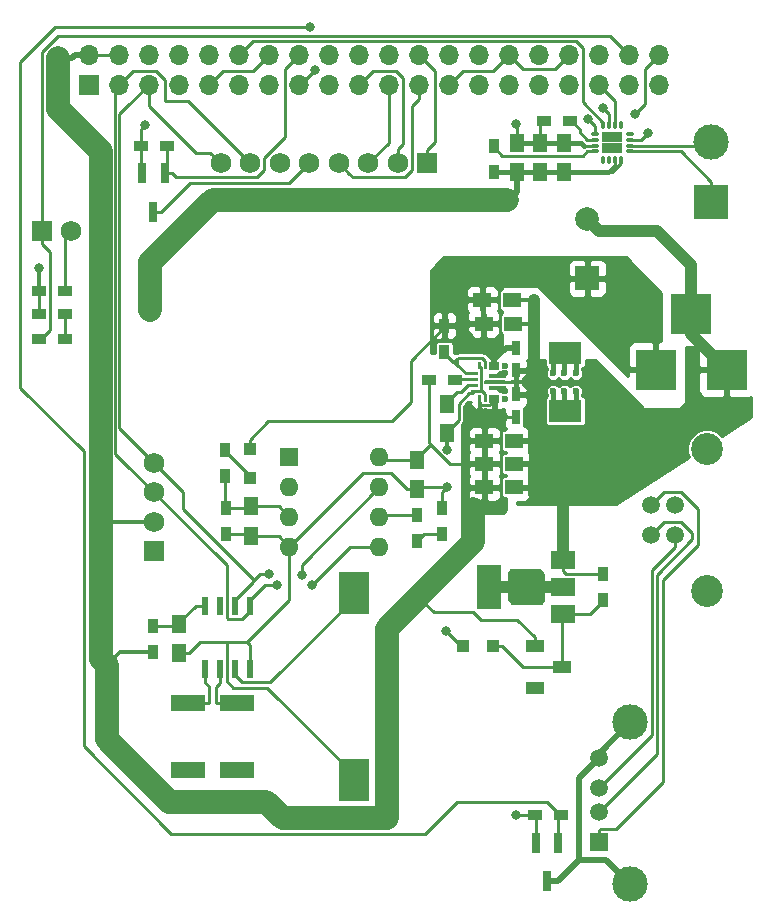
<source format=gbr>
G04 #@! TF.GenerationSoftware,KiCad,Pcbnew,5.0.0-rc2-unknown-03fa645~65~ubuntu16.04.1*
G04 #@! TF.CreationDate,2018-06-29T10:26:33+12:00*
G04 #@! TF.ProjectId,pi-hat,70692D6861742E6B696361645F706362,rev?*
G04 #@! TF.SameCoordinates,Original*
G04 #@! TF.FileFunction,Copper,L1,Top,Signal*
G04 #@! TF.FilePolarity,Positive*
%FSLAX46Y46*%
G04 Gerber Fmt 4.6, Leading zero omitted, Abs format (unit mm)*
G04 Created by KiCad (PCBNEW 5.0.0-rc2-unknown-03fa645~65~ubuntu16.04.1) date Fri Jun 29 10:26:33 2018*
%MOMM*%
%LPD*%
G01*
G04 APERTURE LIST*
G04 #@! TA.AperFunction,SMDPad,CuDef*
%ADD10R,1.600000X1.000000*%
G04 #@! TD*
G04 #@! TA.AperFunction,SMDPad,CuDef*
%ADD11R,2.800000X1.900000*%
G04 #@! TD*
G04 #@! TA.AperFunction,Conductor*
%ADD12C,0.100000*%
G04 #@! TD*
G04 #@! TA.AperFunction,Conductor*
%ADD13C,0.350000*%
G04 #@! TD*
G04 #@! TA.AperFunction,Conductor*
%ADD14C,0.700000*%
G04 #@! TD*
G04 #@! TA.AperFunction,SMDPad,CuDef*
%ADD15C,0.250000*%
G04 #@! TD*
G04 #@! TA.AperFunction,SMDPad,CuDef*
%ADD16R,2.600000X3.660000*%
G04 #@! TD*
G04 #@! TA.AperFunction,SMDPad,CuDef*
%ADD17R,2.600000X3.540000*%
G04 #@! TD*
G04 #@! TA.AperFunction,SMDPad,CuDef*
%ADD18R,2.850000X1.430000*%
G04 #@! TD*
G04 #@! TA.AperFunction,SMDPad,CuDef*
%ADD19R,0.900000X1.200000*%
G04 #@! TD*
G04 #@! TA.AperFunction,SMDPad,CuDef*
%ADD20R,1.250000X1.500000*%
G04 #@! TD*
G04 #@! TA.AperFunction,ComponentPad*
%ADD21C,2.000000*%
G04 #@! TD*
G04 #@! TA.AperFunction,ComponentPad*
%ADD22R,2.000000X2.000000*%
G04 #@! TD*
G04 #@! TA.AperFunction,SMDPad,CuDef*
%ADD23R,1.500000X1.250000*%
G04 #@! TD*
G04 #@! TA.AperFunction,SMDPad,CuDef*
%ADD24R,0.750000X1.200000*%
G04 #@! TD*
G04 #@! TA.AperFunction,SMDPad,CuDef*
%ADD25R,1.200000X0.900000*%
G04 #@! TD*
G04 #@! TA.AperFunction,SMDPad,CuDef*
%ADD26R,1.000000X1.000000*%
G04 #@! TD*
G04 #@! TA.AperFunction,ComponentPad*
%ADD27C,3.000000*%
G04 #@! TD*
G04 #@! TA.AperFunction,ComponentPad*
%ADD28R,3.000000X3.000000*%
G04 #@! TD*
G04 #@! TA.AperFunction,SMDPad,CuDef*
%ADD29R,0.900000X0.900000*%
G04 #@! TD*
G04 #@! TA.AperFunction,SMDPad,CuDef*
%ADD30O,0.300000X0.750000*%
G04 #@! TD*
G04 #@! TA.AperFunction,SMDPad,CuDef*
%ADD31O,0.750000X0.300000*%
G04 #@! TD*
G04 #@! TA.AperFunction,ComponentPad*
%ADD32R,3.500000X3.500000*%
G04 #@! TD*
G04 #@! TA.AperFunction,SMDPad,CuDef*
%ADD33R,2.000000X1.500000*%
G04 #@! TD*
G04 #@! TA.AperFunction,SMDPad,CuDef*
%ADD34R,2.000000X3.800000*%
G04 #@! TD*
G04 #@! TA.AperFunction,ComponentPad*
%ADD35O,1.600000X1.600000*%
G04 #@! TD*
G04 #@! TA.AperFunction,ComponentPad*
%ADD36R,1.600000X1.600000*%
G04 #@! TD*
G04 #@! TA.AperFunction,ComponentPad*
%ADD37C,1.750000*%
G04 #@! TD*
G04 #@! TA.AperFunction,ComponentPad*
%ADD38R,1.750000X1.750000*%
G04 #@! TD*
G04 #@! TA.AperFunction,SMDPad,CuDef*
%ADD39R,0.600000X1.550000*%
G04 #@! TD*
G04 #@! TA.AperFunction,ComponentPad*
%ADD40O,1.700000X1.700000*%
G04 #@! TD*
G04 #@! TA.AperFunction,ComponentPad*
%ADD41R,1.700000X1.700000*%
G04 #@! TD*
G04 #@! TA.AperFunction,SMDPad,CuDef*
%ADD42R,0.800000X1.800000*%
G04 #@! TD*
G04 #@! TA.AperFunction,ComponentPad*
%ADD43C,1.500000*%
G04 #@! TD*
G04 #@! TA.AperFunction,ComponentPad*
%ADD44R,1.500000X1.500000*%
G04 #@! TD*
G04 #@! TA.AperFunction,ComponentPad*
%ADD45C,1.520000*%
G04 #@! TD*
G04 #@! TA.AperFunction,ComponentPad*
%ADD46C,2.700000*%
G04 #@! TD*
G04 #@! TA.AperFunction,ViaPad*
%ADD47C,0.800000*%
G04 #@! TD*
G04 #@! TA.AperFunction,ViaPad*
%ADD48C,0.600000*%
G04 #@! TD*
G04 #@! TA.AperFunction,Conductor*
%ADD49C,0.250000*%
G04 #@! TD*
G04 #@! TA.AperFunction,Conductor*
%ADD50C,0.350000*%
G04 #@! TD*
G04 #@! TA.AperFunction,Conductor*
%ADD51C,0.400000*%
G04 #@! TD*
G04 #@! TA.AperFunction,Conductor*
%ADD52C,2.000000*%
G04 #@! TD*
G04 #@! TA.AperFunction,Conductor*
%ADD53C,0.500000*%
G04 #@! TD*
G04 #@! TA.AperFunction,Conductor*
%ADD54C,1.000000*%
G04 #@! TD*
G04 #@! TA.AperFunction,Conductor*
%ADD55C,0.254000*%
G04 #@! TD*
G04 APERTURE END LIST*
D10*
G04 #@! TO.P,SW1,3*
G04 #@! TO.N,N/C*
X146250000Y-156050000D03*
G04 #@! TO.P,SW1,2*
G04 #@! TO.N,Net-(D4-Pad1)*
X148550000Y-154300000D03*
G04 #@! TO.P,SW1,1*
G04 #@! TO.N,+5V*
X146250000Y-152550000D03*
G04 #@! TD*
D11*
G04 #@! TO.P,L2,1*
G04 #@! TO.N,Net-(L2-Pad1)*
X148835568Y-127729229D03*
G04 #@! TO.P,L2,2*
G04 #@! TO.N,Net-(L2-Pad2)*
X148835568Y-132629229D03*
G04 #@! TD*
D12*
G04 #@! TO.N,Net-(L2-Pad2)*
G04 #@! TO.C,U7*
G36*
X143718929Y-130512565D02*
X143725724Y-130513573D01*
X143732388Y-130515242D01*
X143738856Y-130517556D01*
X143745066Y-130520494D01*
X143750958Y-130524025D01*
X143756476Y-130528117D01*
X143761565Y-130532731D01*
X143766179Y-130537820D01*
X143770271Y-130543338D01*
X143773802Y-130549230D01*
X143776740Y-130555440D01*
X143779054Y-130561908D01*
X143780723Y-130568572D01*
X143781731Y-130575367D01*
X143782068Y-130582228D01*
X143782068Y-130792228D01*
X143781731Y-130799089D01*
X143780723Y-130805884D01*
X143779054Y-130812548D01*
X143776740Y-130819016D01*
X143773802Y-130825226D01*
X143770271Y-130831118D01*
X143766179Y-130836636D01*
X143761565Y-130841725D01*
X143756476Y-130846339D01*
X143750958Y-130850431D01*
X143745066Y-130853962D01*
X143738856Y-130856900D01*
X143732388Y-130859214D01*
X143725724Y-130860883D01*
X143718929Y-130861891D01*
X143712068Y-130862228D01*
X142402068Y-130862228D01*
X142395207Y-130861891D01*
X142388412Y-130860883D01*
X142381748Y-130859214D01*
X142375280Y-130856900D01*
X142369070Y-130853962D01*
X142363178Y-130850431D01*
X142357660Y-130846339D01*
X142352571Y-130841725D01*
X142347957Y-130836636D01*
X142343865Y-130831118D01*
X142340334Y-130825226D01*
X142337396Y-130819016D01*
X142335082Y-130812548D01*
X142333413Y-130805884D01*
X142332405Y-130799089D01*
X142332068Y-130792228D01*
X142332068Y-130582228D01*
X142332405Y-130575367D01*
X142333413Y-130568572D01*
X142335082Y-130561908D01*
X142337396Y-130555440D01*
X142340334Y-130549230D01*
X142343865Y-130543338D01*
X142347957Y-130537820D01*
X142352571Y-130532731D01*
X142357660Y-130528117D01*
X142363178Y-130524025D01*
X142369070Y-130520494D01*
X142375280Y-130517556D01*
X142381748Y-130515242D01*
X142388412Y-130513573D01*
X142395207Y-130512565D01*
X142402068Y-130512228D01*
X143712068Y-130512228D01*
X143718929Y-130512565D01*
X143718929Y-130512565D01*
G37*
D13*
X143057068Y-130687228D03*
D12*
G04 #@! TO.N,VCC*
G36*
X143187240Y-128437467D02*
X143192065Y-128438183D01*
X143196796Y-128439368D01*
X143201388Y-128441011D01*
X143205797Y-128443096D01*
X143209980Y-128445604D01*
X143213898Y-128448509D01*
X143217511Y-128451785D01*
X143220787Y-128455398D01*
X143223692Y-128459316D01*
X143226200Y-128463499D01*
X143228285Y-128467908D01*
X143229928Y-128472500D01*
X143231113Y-128477231D01*
X143231829Y-128482056D01*
X143232068Y-128486927D01*
X143232068Y-129087529D01*
X143231829Y-129092400D01*
X143231113Y-129097225D01*
X143229928Y-129101956D01*
X143228285Y-129106548D01*
X143226200Y-129110957D01*
X143223692Y-129115140D01*
X143220787Y-129119058D01*
X143217511Y-129122671D01*
X143213898Y-129125947D01*
X143209980Y-129128852D01*
X143205797Y-129131360D01*
X143201388Y-129133445D01*
X143196796Y-129135088D01*
X143192065Y-129136273D01*
X143187240Y-129136989D01*
X143182369Y-129137228D01*
X142431767Y-129137228D01*
X142426896Y-129136989D01*
X142422071Y-129136273D01*
X142417340Y-129135088D01*
X142412748Y-129133445D01*
X142408339Y-129131360D01*
X142404156Y-129128852D01*
X142400238Y-129125947D01*
X142396625Y-129122671D01*
X142393349Y-129119058D01*
X142390444Y-129115140D01*
X142387936Y-129110957D01*
X142385851Y-129106548D01*
X142384208Y-129101956D01*
X142383023Y-129097225D01*
X142382307Y-129092400D01*
X142382068Y-129087529D01*
X142382068Y-128486927D01*
X142382307Y-128482056D01*
X142383023Y-128477231D01*
X142384208Y-128472500D01*
X142385851Y-128467908D01*
X142387936Y-128463499D01*
X142390444Y-128459316D01*
X142393349Y-128455398D01*
X142396625Y-128451785D01*
X142400238Y-128448509D01*
X142404156Y-128445604D01*
X142408339Y-128443096D01*
X142412748Y-128441011D01*
X142417340Y-128439368D01*
X142422071Y-128438183D01*
X142426896Y-128437467D01*
X142431767Y-128437228D01*
X143182369Y-128437228D01*
X143187240Y-128437467D01*
X143187240Y-128437467D01*
G37*
D14*
X142807068Y-128787228D03*
D12*
G04 #@! TO.N,+5V*
G36*
X143187240Y-131237467D02*
X143192065Y-131238183D01*
X143196796Y-131239368D01*
X143201388Y-131241011D01*
X143205797Y-131243096D01*
X143209980Y-131245604D01*
X143213898Y-131248509D01*
X143217511Y-131251785D01*
X143220787Y-131255398D01*
X143223692Y-131259316D01*
X143226200Y-131263499D01*
X143228285Y-131267908D01*
X143229928Y-131272500D01*
X143231113Y-131277231D01*
X143231829Y-131282056D01*
X143232068Y-131286927D01*
X143232068Y-131887529D01*
X143231829Y-131892400D01*
X143231113Y-131897225D01*
X143229928Y-131901956D01*
X143228285Y-131906548D01*
X143226200Y-131910957D01*
X143223692Y-131915140D01*
X143220787Y-131919058D01*
X143217511Y-131922671D01*
X143213898Y-131925947D01*
X143209980Y-131928852D01*
X143205797Y-131931360D01*
X143201388Y-131933445D01*
X143196796Y-131935088D01*
X143192065Y-131936273D01*
X143187240Y-131936989D01*
X143182369Y-131937228D01*
X142431767Y-131937228D01*
X142426896Y-131936989D01*
X142422071Y-131936273D01*
X142417340Y-131935088D01*
X142412748Y-131933445D01*
X142408339Y-131931360D01*
X142404156Y-131928852D01*
X142400238Y-131925947D01*
X142396625Y-131922671D01*
X142393349Y-131919058D01*
X142390444Y-131915140D01*
X142387936Y-131910957D01*
X142385851Y-131906548D01*
X142384208Y-131901956D01*
X142383023Y-131897225D01*
X142382307Y-131892400D01*
X142382068Y-131887529D01*
X142382068Y-131286927D01*
X142382307Y-131282056D01*
X142383023Y-131277231D01*
X142384208Y-131272500D01*
X142385851Y-131267908D01*
X142387936Y-131263499D01*
X142390444Y-131259316D01*
X142393349Y-131255398D01*
X142396625Y-131251785D01*
X142400238Y-131248509D01*
X142404156Y-131245604D01*
X142408339Y-131243096D01*
X142412748Y-131241011D01*
X142417340Y-131239368D01*
X142422071Y-131238183D01*
X142426896Y-131237467D01*
X142431767Y-131237228D01*
X143182369Y-131237228D01*
X143187240Y-131237467D01*
X143187240Y-131237467D01*
G37*
D14*
X142807068Y-131587228D03*
D12*
G04 #@! TO.N,/Always_On/Ground*
G36*
X141636969Y-128487469D02*
X141641823Y-128488189D01*
X141646582Y-128489381D01*
X141651202Y-128491034D01*
X141655638Y-128493132D01*
X141659847Y-128495655D01*
X141663788Y-128498577D01*
X141667423Y-128501873D01*
X141670719Y-128505508D01*
X141673641Y-128509449D01*
X141676164Y-128513658D01*
X141678262Y-128518094D01*
X141679915Y-128522714D01*
X141681107Y-128527473D01*
X141681827Y-128532327D01*
X141682068Y-128537228D01*
X141682068Y-129037228D01*
X141681827Y-129042129D01*
X141681107Y-129046983D01*
X141679915Y-129051742D01*
X141678262Y-129056362D01*
X141676164Y-129060798D01*
X141673641Y-129065007D01*
X141670719Y-129068948D01*
X141667423Y-129072583D01*
X141663788Y-129075879D01*
X141659847Y-129078801D01*
X141655638Y-129081324D01*
X141651202Y-129083422D01*
X141646582Y-129085075D01*
X141641823Y-129086267D01*
X141636969Y-129086987D01*
X141632068Y-129087228D01*
X141482068Y-129087228D01*
X141477167Y-129086987D01*
X141472313Y-129086267D01*
X141467554Y-129085075D01*
X141462934Y-129083422D01*
X141458498Y-129081324D01*
X141454289Y-129078801D01*
X141450348Y-129075879D01*
X141446713Y-129072583D01*
X141443417Y-129068948D01*
X141440495Y-129065007D01*
X141437972Y-129060798D01*
X141435874Y-129056362D01*
X141434221Y-129051742D01*
X141433029Y-129046983D01*
X141432309Y-129042129D01*
X141432068Y-129037228D01*
X141432068Y-128537228D01*
X141432309Y-128532327D01*
X141433029Y-128527473D01*
X141434221Y-128522714D01*
X141435874Y-128518094D01*
X141437972Y-128513658D01*
X141440495Y-128509449D01*
X141443417Y-128505508D01*
X141446713Y-128501873D01*
X141450348Y-128498577D01*
X141454289Y-128495655D01*
X141458498Y-128493132D01*
X141462934Y-128491034D01*
X141467554Y-128489381D01*
X141472313Y-128488189D01*
X141477167Y-128487469D01*
X141482068Y-128487228D01*
X141632068Y-128487228D01*
X141636969Y-128487469D01*
X141636969Y-128487469D01*
G37*
D15*
G04 #@! TD*
G04 #@! TO.P,U7,15*
G04 #@! TO.N,/Always_On/Ground*
X141557068Y-128787228D03*
D12*
G04 #@! TO.N,Net-(R18-Pad2)*
G04 #@! TO.C,U7*
G36*
X142136969Y-128487469D02*
X142141823Y-128488189D01*
X142146582Y-128489381D01*
X142151202Y-128491034D01*
X142155638Y-128493132D01*
X142159847Y-128495655D01*
X142163788Y-128498577D01*
X142167423Y-128501873D01*
X142170719Y-128505508D01*
X142173641Y-128509449D01*
X142176164Y-128513658D01*
X142178262Y-128518094D01*
X142179915Y-128522714D01*
X142181107Y-128527473D01*
X142181827Y-128532327D01*
X142182068Y-128537228D01*
X142182068Y-129037228D01*
X142181827Y-129042129D01*
X142181107Y-129046983D01*
X142179915Y-129051742D01*
X142178262Y-129056362D01*
X142176164Y-129060798D01*
X142173641Y-129065007D01*
X142170719Y-129068948D01*
X142167423Y-129072583D01*
X142163788Y-129075879D01*
X142159847Y-129078801D01*
X142155638Y-129081324D01*
X142151202Y-129083422D01*
X142146582Y-129085075D01*
X142141823Y-129086267D01*
X142136969Y-129086987D01*
X142132068Y-129087228D01*
X141982068Y-129087228D01*
X141977167Y-129086987D01*
X141972313Y-129086267D01*
X141967554Y-129085075D01*
X141962934Y-129083422D01*
X141958498Y-129081324D01*
X141954289Y-129078801D01*
X141950348Y-129075879D01*
X141946713Y-129072583D01*
X141943417Y-129068948D01*
X141940495Y-129065007D01*
X141937972Y-129060798D01*
X141935874Y-129056362D01*
X141934221Y-129051742D01*
X141933029Y-129046983D01*
X141932309Y-129042129D01*
X141932068Y-129037228D01*
X141932068Y-128537228D01*
X141932309Y-128532327D01*
X141933029Y-128527473D01*
X141934221Y-128522714D01*
X141935874Y-128518094D01*
X141937972Y-128513658D01*
X141940495Y-128509449D01*
X141943417Y-128505508D01*
X141946713Y-128501873D01*
X141950348Y-128498577D01*
X141954289Y-128495655D01*
X141958498Y-128493132D01*
X141962934Y-128491034D01*
X141967554Y-128489381D01*
X141972313Y-128488189D01*
X141977167Y-128487469D01*
X141982068Y-128487228D01*
X142132068Y-128487228D01*
X142136969Y-128487469D01*
X142136969Y-128487469D01*
G37*
D15*
G04 #@! TD*
G04 #@! TO.P,U7,14*
G04 #@! TO.N,Net-(R18-Pad2)*
X142057068Y-128787228D03*
D12*
G04 #@! TO.N,Net-(L2-Pad1)*
G04 #@! TO.C,U7*
G36*
X143718929Y-129512565D02*
X143725724Y-129513573D01*
X143732388Y-129515242D01*
X143738856Y-129517556D01*
X143745066Y-129520494D01*
X143750958Y-129524025D01*
X143756476Y-129528117D01*
X143761565Y-129532731D01*
X143766179Y-129537820D01*
X143770271Y-129543338D01*
X143773802Y-129549230D01*
X143776740Y-129555440D01*
X143779054Y-129561908D01*
X143780723Y-129568572D01*
X143781731Y-129575367D01*
X143782068Y-129582228D01*
X143782068Y-129792228D01*
X143781731Y-129799089D01*
X143780723Y-129805884D01*
X143779054Y-129812548D01*
X143776740Y-129819016D01*
X143773802Y-129825226D01*
X143770271Y-129831118D01*
X143766179Y-129836636D01*
X143761565Y-129841725D01*
X143756476Y-129846339D01*
X143750958Y-129850431D01*
X143745066Y-129853962D01*
X143738856Y-129856900D01*
X143732388Y-129859214D01*
X143725724Y-129860883D01*
X143718929Y-129861891D01*
X143712068Y-129862228D01*
X142402068Y-129862228D01*
X142395207Y-129861891D01*
X142388412Y-129860883D01*
X142381748Y-129859214D01*
X142375280Y-129856900D01*
X142369070Y-129853962D01*
X142363178Y-129850431D01*
X142357660Y-129846339D01*
X142352571Y-129841725D01*
X142347957Y-129836636D01*
X142343865Y-129831118D01*
X142340334Y-129825226D01*
X142337396Y-129819016D01*
X142335082Y-129812548D01*
X142333413Y-129805884D01*
X142332405Y-129799089D01*
X142332068Y-129792228D01*
X142332068Y-129582228D01*
X142332405Y-129575367D01*
X142333413Y-129568572D01*
X142335082Y-129561908D01*
X142337396Y-129555440D01*
X142340334Y-129549230D01*
X142343865Y-129543338D01*
X142347957Y-129537820D01*
X142352571Y-129532731D01*
X142357660Y-129528117D01*
X142363178Y-129524025D01*
X142369070Y-129520494D01*
X142375280Y-129517556D01*
X142381748Y-129515242D01*
X142388412Y-129513573D01*
X142395207Y-129512565D01*
X142402068Y-129512228D01*
X143712068Y-129512228D01*
X143718929Y-129512565D01*
X143718929Y-129512565D01*
G37*
D13*
X143057068Y-129687228D03*
D12*
G04 #@! TO.N,/Always_On/Ground*
G36*
X143718929Y-130012565D02*
X143725724Y-130013573D01*
X143732388Y-130015242D01*
X143738856Y-130017556D01*
X143745066Y-130020494D01*
X143750958Y-130024025D01*
X143756476Y-130028117D01*
X143761565Y-130032731D01*
X143766179Y-130037820D01*
X143770271Y-130043338D01*
X143773802Y-130049230D01*
X143776740Y-130055440D01*
X143779054Y-130061908D01*
X143780723Y-130068572D01*
X143781731Y-130075367D01*
X143782068Y-130082228D01*
X143782068Y-130292228D01*
X143781731Y-130299089D01*
X143780723Y-130305884D01*
X143779054Y-130312548D01*
X143776740Y-130319016D01*
X143773802Y-130325226D01*
X143770271Y-130331118D01*
X143766179Y-130336636D01*
X143761565Y-130341725D01*
X143756476Y-130346339D01*
X143750958Y-130350431D01*
X143745066Y-130353962D01*
X143738856Y-130356900D01*
X143732388Y-130359214D01*
X143725724Y-130360883D01*
X143718929Y-130361891D01*
X143712068Y-130362228D01*
X142052068Y-130362228D01*
X142045207Y-130361891D01*
X142038412Y-130360883D01*
X142031748Y-130359214D01*
X142025280Y-130356900D01*
X142019070Y-130353962D01*
X142013178Y-130350431D01*
X142007660Y-130346339D01*
X142002571Y-130341725D01*
X141997957Y-130336636D01*
X141993865Y-130331118D01*
X141990334Y-130325226D01*
X141987396Y-130319016D01*
X141985082Y-130312548D01*
X141983413Y-130305884D01*
X141982405Y-130299089D01*
X141982068Y-130292228D01*
X141982068Y-130082228D01*
X141982405Y-130075367D01*
X141983413Y-130068572D01*
X141985082Y-130061908D01*
X141987396Y-130055440D01*
X141990334Y-130049230D01*
X141993865Y-130043338D01*
X141997957Y-130037820D01*
X142002571Y-130032731D01*
X142007660Y-130028117D01*
X142013178Y-130024025D01*
X142019070Y-130020494D01*
X142025280Y-130017556D01*
X142031748Y-130015242D01*
X142038412Y-130013573D01*
X142045207Y-130012565D01*
X142052068Y-130012228D01*
X143712068Y-130012228D01*
X143718929Y-130012565D01*
X143718929Y-130012565D01*
G37*
D13*
X142882068Y-130187228D03*
D12*
G36*
X142136969Y-131287469D02*
X142141823Y-131288189D01*
X142146582Y-131289381D01*
X142151202Y-131291034D01*
X142155638Y-131293132D01*
X142159847Y-131295655D01*
X142163788Y-131298577D01*
X142167423Y-131301873D01*
X142170719Y-131305508D01*
X142173641Y-131309449D01*
X142176164Y-131313658D01*
X142178262Y-131318094D01*
X142179915Y-131322714D01*
X142181107Y-131327473D01*
X142181827Y-131332327D01*
X142182068Y-131337228D01*
X142182068Y-131837228D01*
X142181827Y-131842129D01*
X142181107Y-131846983D01*
X142179915Y-131851742D01*
X142178262Y-131856362D01*
X142176164Y-131860798D01*
X142173641Y-131865007D01*
X142170719Y-131868948D01*
X142167423Y-131872583D01*
X142163788Y-131875879D01*
X142159847Y-131878801D01*
X142155638Y-131881324D01*
X142151202Y-131883422D01*
X142146582Y-131885075D01*
X142141823Y-131886267D01*
X142136969Y-131886987D01*
X142132068Y-131887228D01*
X141982068Y-131887228D01*
X141977167Y-131886987D01*
X141972313Y-131886267D01*
X141967554Y-131885075D01*
X141962934Y-131883422D01*
X141958498Y-131881324D01*
X141954289Y-131878801D01*
X141950348Y-131875879D01*
X141946713Y-131872583D01*
X141943417Y-131868948D01*
X141940495Y-131865007D01*
X141937972Y-131860798D01*
X141935874Y-131856362D01*
X141934221Y-131851742D01*
X141933029Y-131846983D01*
X141932309Y-131842129D01*
X141932068Y-131837228D01*
X141932068Y-131337228D01*
X141932309Y-131332327D01*
X141933029Y-131327473D01*
X141934221Y-131322714D01*
X141935874Y-131318094D01*
X141937972Y-131313658D01*
X141940495Y-131309449D01*
X141943417Y-131305508D01*
X141946713Y-131301873D01*
X141950348Y-131298577D01*
X141954289Y-131295655D01*
X141958498Y-131293132D01*
X141962934Y-131291034D01*
X141967554Y-131289381D01*
X141972313Y-131288189D01*
X141977167Y-131287469D01*
X141982068Y-131287228D01*
X142132068Y-131287228D01*
X142136969Y-131287469D01*
X142136969Y-131287469D01*
G37*
D15*
G04 #@! TD*
G04 #@! TO.P,U7,6*
G04 #@! TO.N,/Always_On/Ground*
X142057068Y-131587228D03*
D12*
G04 #@! TO.N,+5V*
G04 #@! TO.C,U7*
G36*
X141636969Y-131287469D02*
X141641823Y-131288189D01*
X141646582Y-131289381D01*
X141651202Y-131291034D01*
X141655638Y-131293132D01*
X141659847Y-131295655D01*
X141663788Y-131298577D01*
X141667423Y-131301873D01*
X141670719Y-131305508D01*
X141673641Y-131309449D01*
X141676164Y-131313658D01*
X141678262Y-131318094D01*
X141679915Y-131322714D01*
X141681107Y-131327473D01*
X141681827Y-131332327D01*
X141682068Y-131337228D01*
X141682068Y-131837228D01*
X141681827Y-131842129D01*
X141681107Y-131846983D01*
X141679915Y-131851742D01*
X141678262Y-131856362D01*
X141676164Y-131860798D01*
X141673641Y-131865007D01*
X141670719Y-131868948D01*
X141667423Y-131872583D01*
X141663788Y-131875879D01*
X141659847Y-131878801D01*
X141655638Y-131881324D01*
X141651202Y-131883422D01*
X141646582Y-131885075D01*
X141641823Y-131886267D01*
X141636969Y-131886987D01*
X141632068Y-131887228D01*
X141482068Y-131887228D01*
X141477167Y-131886987D01*
X141472313Y-131886267D01*
X141467554Y-131885075D01*
X141462934Y-131883422D01*
X141458498Y-131881324D01*
X141454289Y-131878801D01*
X141450348Y-131875879D01*
X141446713Y-131872583D01*
X141443417Y-131868948D01*
X141440495Y-131865007D01*
X141437972Y-131860798D01*
X141435874Y-131856362D01*
X141434221Y-131851742D01*
X141433029Y-131846983D01*
X141432309Y-131842129D01*
X141432068Y-131837228D01*
X141432068Y-131337228D01*
X141432309Y-131332327D01*
X141433029Y-131327473D01*
X141434221Y-131322714D01*
X141435874Y-131318094D01*
X141437972Y-131313658D01*
X141440495Y-131309449D01*
X141443417Y-131305508D01*
X141446713Y-131301873D01*
X141450348Y-131298577D01*
X141454289Y-131295655D01*
X141458498Y-131293132D01*
X141462934Y-131291034D01*
X141467554Y-131289381D01*
X141472313Y-131288189D01*
X141477167Y-131287469D01*
X141482068Y-131287228D01*
X141632068Y-131287228D01*
X141636969Y-131287469D01*
X141636969Y-131287469D01*
G37*
D15*
G04 #@! TD*
G04 #@! TO.P,U7,5*
G04 #@! TO.N,+5V*
X141557068Y-131587228D03*
D12*
G04 #@! TO.N,/Always_On/Ground*
G04 #@! TO.C,U7*
G36*
X141386969Y-130812469D02*
X141391823Y-130813189D01*
X141396582Y-130814381D01*
X141401202Y-130816034D01*
X141405638Y-130818132D01*
X141409847Y-130820655D01*
X141413788Y-130823577D01*
X141417423Y-130826873D01*
X141420719Y-130830508D01*
X141423641Y-130834449D01*
X141426164Y-130838658D01*
X141428262Y-130843094D01*
X141429915Y-130847714D01*
X141431107Y-130852473D01*
X141431827Y-130857327D01*
X141432068Y-130862228D01*
X141432068Y-131012228D01*
X141431827Y-131017129D01*
X141431107Y-131021983D01*
X141429915Y-131026742D01*
X141428262Y-131031362D01*
X141426164Y-131035798D01*
X141423641Y-131040007D01*
X141420719Y-131043948D01*
X141417423Y-131047583D01*
X141413788Y-131050879D01*
X141409847Y-131053801D01*
X141405638Y-131056324D01*
X141401202Y-131058422D01*
X141396582Y-131060075D01*
X141391823Y-131061267D01*
X141386969Y-131061987D01*
X141382068Y-131062228D01*
X140882068Y-131062228D01*
X140877167Y-131061987D01*
X140872313Y-131061267D01*
X140867554Y-131060075D01*
X140862934Y-131058422D01*
X140858498Y-131056324D01*
X140854289Y-131053801D01*
X140850348Y-131050879D01*
X140846713Y-131047583D01*
X140843417Y-131043948D01*
X140840495Y-131040007D01*
X140837972Y-131035798D01*
X140835874Y-131031362D01*
X140834221Y-131026742D01*
X140833029Y-131021983D01*
X140832309Y-131017129D01*
X140832068Y-131012228D01*
X140832068Y-130862228D01*
X140832309Y-130857327D01*
X140833029Y-130852473D01*
X140834221Y-130847714D01*
X140835874Y-130843094D01*
X140837972Y-130838658D01*
X140840495Y-130834449D01*
X140843417Y-130830508D01*
X140846713Y-130826873D01*
X140850348Y-130823577D01*
X140854289Y-130820655D01*
X140858498Y-130818132D01*
X140862934Y-130816034D01*
X140867554Y-130814381D01*
X140872313Y-130813189D01*
X140877167Y-130812469D01*
X140882068Y-130812228D01*
X141382068Y-130812228D01*
X141386969Y-130812469D01*
X141386969Y-130812469D01*
G37*
D15*
G04 #@! TD*
G04 #@! TO.P,U7,4*
G04 #@! TO.N,/Always_On/Ground*
X141132068Y-130937228D03*
D12*
G04 #@! TO.N,Net-(C16-Pad1)*
G04 #@! TO.C,U7*
G36*
X141386969Y-130312469D02*
X141391823Y-130313189D01*
X141396582Y-130314381D01*
X141401202Y-130316034D01*
X141405638Y-130318132D01*
X141409847Y-130320655D01*
X141413788Y-130323577D01*
X141417423Y-130326873D01*
X141420719Y-130330508D01*
X141423641Y-130334449D01*
X141426164Y-130338658D01*
X141428262Y-130343094D01*
X141429915Y-130347714D01*
X141431107Y-130352473D01*
X141431827Y-130357327D01*
X141432068Y-130362228D01*
X141432068Y-130512228D01*
X141431827Y-130517129D01*
X141431107Y-130521983D01*
X141429915Y-130526742D01*
X141428262Y-130531362D01*
X141426164Y-130535798D01*
X141423641Y-130540007D01*
X141420719Y-130543948D01*
X141417423Y-130547583D01*
X141413788Y-130550879D01*
X141409847Y-130553801D01*
X141405638Y-130556324D01*
X141401202Y-130558422D01*
X141396582Y-130560075D01*
X141391823Y-130561267D01*
X141386969Y-130561987D01*
X141382068Y-130562228D01*
X140882068Y-130562228D01*
X140877167Y-130561987D01*
X140872313Y-130561267D01*
X140867554Y-130560075D01*
X140862934Y-130558422D01*
X140858498Y-130556324D01*
X140854289Y-130553801D01*
X140850348Y-130550879D01*
X140846713Y-130547583D01*
X140843417Y-130543948D01*
X140840495Y-130540007D01*
X140837972Y-130535798D01*
X140835874Y-130531362D01*
X140834221Y-130526742D01*
X140833029Y-130521983D01*
X140832309Y-130517129D01*
X140832068Y-130512228D01*
X140832068Y-130362228D01*
X140832309Y-130357327D01*
X140833029Y-130352473D01*
X140834221Y-130347714D01*
X140835874Y-130343094D01*
X140837972Y-130338658D01*
X140840495Y-130334449D01*
X140843417Y-130330508D01*
X140846713Y-130326873D01*
X140850348Y-130323577D01*
X140854289Y-130320655D01*
X140858498Y-130318132D01*
X140862934Y-130316034D01*
X140867554Y-130314381D01*
X140872313Y-130313189D01*
X140877167Y-130312469D01*
X140882068Y-130312228D01*
X141382068Y-130312228D01*
X141386969Y-130312469D01*
X141386969Y-130312469D01*
G37*
D15*
G04 #@! TD*
G04 #@! TO.P,U7,3*
G04 #@! TO.N,Net-(C16-Pad1)*
X141132068Y-130437228D03*
D12*
G04 #@! TO.N,Net-(R17-Pad2)*
G04 #@! TO.C,U7*
G36*
X141386969Y-129812469D02*
X141391823Y-129813189D01*
X141396582Y-129814381D01*
X141401202Y-129816034D01*
X141405638Y-129818132D01*
X141409847Y-129820655D01*
X141413788Y-129823577D01*
X141417423Y-129826873D01*
X141420719Y-129830508D01*
X141423641Y-129834449D01*
X141426164Y-129838658D01*
X141428262Y-129843094D01*
X141429915Y-129847714D01*
X141431107Y-129852473D01*
X141431827Y-129857327D01*
X141432068Y-129862228D01*
X141432068Y-130012228D01*
X141431827Y-130017129D01*
X141431107Y-130021983D01*
X141429915Y-130026742D01*
X141428262Y-130031362D01*
X141426164Y-130035798D01*
X141423641Y-130040007D01*
X141420719Y-130043948D01*
X141417423Y-130047583D01*
X141413788Y-130050879D01*
X141409847Y-130053801D01*
X141405638Y-130056324D01*
X141401202Y-130058422D01*
X141396582Y-130060075D01*
X141391823Y-130061267D01*
X141386969Y-130061987D01*
X141382068Y-130062228D01*
X140882068Y-130062228D01*
X140877167Y-130061987D01*
X140872313Y-130061267D01*
X140867554Y-130060075D01*
X140862934Y-130058422D01*
X140858498Y-130056324D01*
X140854289Y-130053801D01*
X140850348Y-130050879D01*
X140846713Y-130047583D01*
X140843417Y-130043948D01*
X140840495Y-130040007D01*
X140837972Y-130035798D01*
X140835874Y-130031362D01*
X140834221Y-130026742D01*
X140833029Y-130021983D01*
X140832309Y-130017129D01*
X140832068Y-130012228D01*
X140832068Y-129862228D01*
X140832309Y-129857327D01*
X140833029Y-129852473D01*
X140834221Y-129847714D01*
X140835874Y-129843094D01*
X140837972Y-129838658D01*
X140840495Y-129834449D01*
X140843417Y-129830508D01*
X140846713Y-129826873D01*
X140850348Y-129823577D01*
X140854289Y-129820655D01*
X140858498Y-129818132D01*
X140862934Y-129816034D01*
X140867554Y-129814381D01*
X140872313Y-129813189D01*
X140877167Y-129812469D01*
X140882068Y-129812228D01*
X141382068Y-129812228D01*
X141386969Y-129812469D01*
X141386969Y-129812469D01*
G37*
D15*
G04 #@! TD*
G04 #@! TO.P,U7,2*
G04 #@! TO.N,Net-(R17-Pad2)*
X141132068Y-129937228D03*
D12*
G04 #@! TO.N,Net-(R18-Pad2)*
G04 #@! TO.C,U7*
G36*
X141386969Y-129312469D02*
X141391823Y-129313189D01*
X141396582Y-129314381D01*
X141401202Y-129316034D01*
X141405638Y-129318132D01*
X141409847Y-129320655D01*
X141413788Y-129323577D01*
X141417423Y-129326873D01*
X141420719Y-129330508D01*
X141423641Y-129334449D01*
X141426164Y-129338658D01*
X141428262Y-129343094D01*
X141429915Y-129347714D01*
X141431107Y-129352473D01*
X141431827Y-129357327D01*
X141432068Y-129362228D01*
X141432068Y-129512228D01*
X141431827Y-129517129D01*
X141431107Y-129521983D01*
X141429915Y-129526742D01*
X141428262Y-129531362D01*
X141426164Y-129535798D01*
X141423641Y-129540007D01*
X141420719Y-129543948D01*
X141417423Y-129547583D01*
X141413788Y-129550879D01*
X141409847Y-129553801D01*
X141405638Y-129556324D01*
X141401202Y-129558422D01*
X141396582Y-129560075D01*
X141391823Y-129561267D01*
X141386969Y-129561987D01*
X141382068Y-129562228D01*
X140882068Y-129562228D01*
X140877167Y-129561987D01*
X140872313Y-129561267D01*
X140867554Y-129560075D01*
X140862934Y-129558422D01*
X140858498Y-129556324D01*
X140854289Y-129553801D01*
X140850348Y-129550879D01*
X140846713Y-129547583D01*
X140843417Y-129543948D01*
X140840495Y-129540007D01*
X140837972Y-129535798D01*
X140835874Y-129531362D01*
X140834221Y-129526742D01*
X140833029Y-129521983D01*
X140832309Y-129517129D01*
X140832068Y-129512228D01*
X140832068Y-129362228D01*
X140832309Y-129357327D01*
X140833029Y-129352473D01*
X140834221Y-129347714D01*
X140835874Y-129343094D01*
X140837972Y-129338658D01*
X140840495Y-129334449D01*
X140843417Y-129330508D01*
X140846713Y-129326873D01*
X140850348Y-129323577D01*
X140854289Y-129320655D01*
X140858498Y-129318132D01*
X140862934Y-129316034D01*
X140867554Y-129314381D01*
X140872313Y-129313189D01*
X140877167Y-129312469D01*
X140882068Y-129312228D01*
X141382068Y-129312228D01*
X141386969Y-129312469D01*
X141386969Y-129312469D01*
G37*
D15*
G04 #@! TD*
G04 #@! TO.P,U7,1*
G04 #@! TO.N,Net-(R18-Pad2)*
X141132068Y-129437228D03*
D16*
G04 #@! TO.P,BT2,2*
G04 #@! TO.N,/Always_On/Ground*
X130900000Y-163870000D03*
D17*
G04 #@! TO.P,BT2,1*
G04 #@! TO.N,Net-(BT2-Pad1)*
X130900000Y-148070000D03*
G04 #@! TD*
D18*
G04 #@! TO.P,Y2,4*
G04 #@! TO.N,Net-(U6-Pad2)*
X121050000Y-157370000D03*
G04 #@! TO.P,Y2,3*
G04 #@! TO.N,Net-(Y2-Pad3)*
X121050000Y-163000000D03*
G04 #@! TO.P,Y2,2*
G04 #@! TO.N,Net-(Y2-Pad2)*
X116900000Y-163000000D03*
G04 #@! TO.P,Y2,1*
G04 #@! TO.N,Net-(U6-Pad1)*
X116900000Y-157370000D03*
G04 #@! TD*
D19*
G04 #@! TO.P,R16,2*
G04 #@! TO.N,Net-(C12-Pad1)*
X113950000Y-150849999D03*
G04 #@! TO.P,R16,1*
G04 #@! TO.N,+5V*
X113950000Y-153049999D03*
G04 #@! TD*
D20*
G04 #@! TO.P,C1,2*
G04 #@! TO.N,/Always_On/Ground*
X122200000Y-143200000D03*
G04 #@! TO.P,C1,1*
G04 #@! TO.N,Net-(C1-Pad1)*
X122200000Y-140700000D03*
G04 #@! TD*
D21*
G04 #@! TO.P,C11,2*
G04 #@! TO.N,/Always_On/Ground*
X150700000Y-116400000D03*
D22*
G04 #@! TO.P,C11,1*
G04 #@! TO.N,VCC*
X150700000Y-121400000D03*
G04 #@! TD*
D23*
G04 #@! TO.P,C13,2*
G04 #@! TO.N,/Always_On/Ground*
X144477568Y-137103228D03*
G04 #@! TO.P,C13,1*
G04 #@! TO.N,+5V*
X141977568Y-137103228D03*
G04 #@! TD*
G04 #@! TO.P,C14,2*
G04 #@! TO.N,/Always_On/Ground*
X144477569Y-135134728D03*
G04 #@! TO.P,C14,1*
G04 #@! TO.N,+5V*
X141977569Y-135134728D03*
G04 #@! TD*
G04 #@! TO.P,C15,2*
G04 #@! TO.N,/Always_On/Ground*
X144477569Y-139071728D03*
G04 #@! TO.P,C15,1*
G04 #@! TO.N,+5V*
X141977569Y-139071728D03*
G04 #@! TD*
D20*
G04 #@! TO.P,C16,2*
G04 #@! TO.N,/Always_On/Ground*
X138800000Y-134500000D03*
G04 #@! TO.P,C16,1*
G04 #@! TO.N,Net-(C16-Pad1)*
X138800000Y-132000000D03*
G04 #@! TD*
D24*
G04 #@! TO.P,C17,2*
G04 #@! TO.N,/Always_On/Ground*
X144644568Y-131197728D03*
G04 #@! TO.P,C17,1*
G04 #@! TO.N,+5V*
X144644568Y-133097728D03*
G04 #@! TD*
G04 #@! TO.P,C18,2*
G04 #@! TO.N,/Always_On/Ground*
X144644569Y-129160728D03*
G04 #@! TO.P,C18,1*
G04 #@! TO.N,VCC*
X144644569Y-127260728D03*
G04 #@! TD*
D23*
G04 #@! TO.P,C19,2*
G04 #@! TO.N,/Always_On/Ground*
X144414068Y-125228729D03*
G04 #@! TO.P,C19,1*
G04 #@! TO.N,VCC*
X141914068Y-125228729D03*
G04 #@! TD*
G04 #@! TO.P,C20,2*
G04 #@! TO.N,/Always_On/Ground*
X144300000Y-123200000D03*
G04 #@! TO.P,C20,1*
G04 #@! TO.N,VCC*
X141800000Y-123200000D03*
G04 #@! TD*
D25*
G04 #@! TO.P,D1,2*
G04 #@! TO.N,/LED1*
X104300000Y-126500000D03*
G04 #@! TO.P,D1,1*
G04 #@! TO.N,Net-(D1-Pad1)*
X106500000Y-126500000D03*
G04 #@! TD*
D19*
G04 #@! TO.P,D2,2*
G04 #@! TO.N,Net-(D2-Pad2)*
X136300000Y-141400000D03*
G04 #@! TO.P,D2,1*
G04 #@! TO.N,Net-(D2-Pad1)*
X136300000Y-143600000D03*
G04 #@! TD*
D26*
G04 #@! TO.P,D3,2*
G04 #@! TO.N,Net-(D3-Pad2)*
X122100000Y-138300000D03*
G04 #@! TO.P,D3,1*
G04 #@! TO.N,VCC*
X122100000Y-135800000D03*
G04 #@! TD*
G04 #@! TO.P,D4,2*
G04 #@! TO.N,Net-(D4-Pad2)*
X140200000Y-152500000D03*
G04 #@! TO.P,D4,1*
G04 #@! TO.N,Net-(D4-Pad1)*
X142700000Y-152500000D03*
G04 #@! TD*
D27*
G04 #@! TO.P,J6,2*
G04 #@! TO.N,Net-(J6-Pad2)*
X161150000Y-109870000D03*
D28*
G04 #@! TO.P,J6,1*
G04 #@! TO.N,Net-(J6-Pad1)*
X161150000Y-114950000D03*
G04 #@! TD*
D19*
G04 #@! TO.P,R1,2*
G04 #@! TO.N,Net-(C1-Pad1)*
X120000000Y-138100000D03*
G04 #@! TO.P,R1,1*
G04 #@! TO.N,Net-(D3-Pad2)*
X120000000Y-135900000D03*
G04 #@! TD*
D25*
G04 #@! TO.P,R2,2*
G04 #@! TO.N,GND*
X104300000Y-122500000D03*
G04 #@! TO.P,R2,1*
G04 #@! TO.N,Net-(J9-Pad2)*
X106500000Y-122500000D03*
G04 #@! TD*
G04 #@! TO.P,R3,2*
G04 #@! TO.N,GND*
X104300000Y-124400000D03*
G04 #@! TO.P,R3,1*
G04 #@! TO.N,Net-(D1-Pad1)*
X106500000Y-124400000D03*
G04 #@! TD*
D19*
G04 #@! TO.P,R4,2*
G04 #@! TO.N,/Always_On/Ground*
X120100000Y-143000000D03*
G04 #@! TO.P,R4,1*
G04 #@! TO.N,Net-(C1-Pad1)*
X120100000Y-140800000D03*
G04 #@! TD*
G04 #@! TO.P,R6,2*
G04 #@! TO.N,/Always_On/Ground*
X138400000Y-140800001D03*
G04 #@! TO.P,R6,1*
G04 #@! TO.N,Net-(D2-Pad1)*
X138400000Y-143000001D03*
G04 #@! TD*
D25*
G04 #@! TO.P,R7,2*
G04 #@! TO.N,GND*
X147000000Y-108050000D03*
G04 #@! TO.P,R7,1*
G04 #@! TO.N,Net-(R7-Pad1)*
X149200000Y-108050000D03*
G04 #@! TD*
G04 #@! TO.P,R8,2*
G04 #@! TO.N,GND*
X112942500Y-110150000D03*
G04 #@! TO.P,R8,1*
G04 #@! TO.N,/THERMAL_POWER*
X115142500Y-110150000D03*
G04 #@! TD*
D19*
G04 #@! TO.P,R9,2*
G04 #@! TO.N,/Always_On/Ground*
X152000000Y-146400000D03*
G04 #@! TO.P,R9,1*
G04 #@! TO.N,Net-(D4-Pad1)*
X152000000Y-148600000D03*
G04 #@! TD*
G04 #@! TO.P,R12,2*
G04 #@! TO.N,+5V*
X142800000Y-112350000D03*
G04 #@! TO.P,R12,1*
G04 #@! TO.N,Net-(R12-Pad1)*
X142800000Y-110150000D03*
G04 #@! TD*
D25*
G04 #@! TO.P,R15,2*
G04 #@! TO.N,GND*
X146300000Y-166800000D03*
G04 #@! TO.P,R15,1*
G04 #@! TO.N,/USB_POWER*
X148500000Y-166800000D03*
G04 #@! TD*
G04 #@! TO.P,R17,2*
G04 #@! TO.N,Net-(R17-Pad2)*
X139500000Y-130000000D03*
G04 #@! TO.P,R17,1*
G04 #@! TO.N,+5V*
X137300000Y-130000000D03*
G04 #@! TD*
D19*
G04 #@! TO.P,R18,2*
G04 #@! TO.N,Net-(R18-Pad2)*
X138600000Y-127600000D03*
G04 #@! TO.P,R18,1*
G04 #@! TO.N,VCC*
X138600000Y-125400000D03*
G04 #@! TD*
D29*
G04 #@! TO.P,U2,17*
G04 #@! TO.N,N/C*
X152350000Y-109450000D03*
X152350000Y-110350000D03*
X153250000Y-109450000D03*
X153250000Y-110350000D03*
D30*
G04 #@! TO.P,U2,16*
G04 #@! TO.N,/I2S_BCLK*
X152050000Y-108425000D03*
G04 #@! TO.P,U2,15*
G04 #@! TO.N,GND*
X152550000Y-108425000D03*
G04 #@! TO.P,U2,14*
G04 #@! TO.N,/I2S_LRCLK*
X153050000Y-108425000D03*
G04 #@! TO.P,U2,13*
G04 #@! TO.N,Net-(U2-Pad13)*
X153550000Y-108425000D03*
D31*
G04 #@! TO.P,U2,12*
G04 #@! TO.N,Net-(U2-Pad12)*
X154275000Y-109150000D03*
G04 #@! TO.P,U2,11*
G04 #@! TO.N,GND*
X154275000Y-109650000D03*
G04 #@! TO.P,U2,10*
G04 #@! TO.N,Net-(J6-Pad2)*
X154275000Y-110150000D03*
G04 #@! TO.P,U2,9*
G04 #@! TO.N,Net-(J6-Pad1)*
X154275000Y-110650000D03*
D30*
G04 #@! TO.P,U2,8*
G04 #@! TO.N,+5V*
X153550000Y-111375000D03*
G04 #@! TO.P,U2,7*
X153050000Y-111375000D03*
G04 #@! TO.P,U2,6*
G04 #@! TO.N,Net-(U2-Pad6)*
X152550000Y-111375000D03*
G04 #@! TO.P,U2,5*
G04 #@! TO.N,Net-(U2-Pad5)*
X152050000Y-111375000D03*
D31*
G04 #@! TO.P,U2,4*
G04 #@! TO.N,Net-(R12-Pad1)*
X151325000Y-110650000D03*
G04 #@! TO.P,U2,3*
G04 #@! TO.N,GND*
X151325000Y-110150000D03*
G04 #@! TO.P,U2,2*
G04 #@! TO.N,Net-(R7-Pad1)*
X151325000Y-109650000D03*
G04 #@! TO.P,U2,1*
G04 #@! TO.N,/I2S_DIN*
X151325000Y-109150000D03*
G04 #@! TD*
D32*
G04 #@! TO.P,J3,3*
G04 #@! TO.N,/Always_On/Ground*
X159484000Y-124416000D03*
G04 #@! TO.P,J3,2*
X162484000Y-129116000D03*
G04 #@! TO.P,J3,1*
G04 #@! TO.N,VCC*
X156484000Y-129116000D03*
G04 #@! TD*
D33*
G04 #@! TO.P,Q3,1*
G04 #@! TO.N,Net-(D4-Pad1)*
X148650000Y-149800000D03*
G04 #@! TO.P,Q3,3*
G04 #@! TO.N,/Always_On/Ground*
X148650000Y-145200000D03*
G04 #@! TO.P,Q3,2*
G04 #@! TO.N,GND*
X148650000Y-147500000D03*
D34*
G04 #@! TO.P,Q3,4*
X142350000Y-147500000D03*
G04 #@! TD*
D35*
G04 #@! TO.P,U5,8*
G04 #@! TO.N,+5V*
X133100000Y-136500000D03*
G04 #@! TO.P,U5,4*
G04 #@! TO.N,/Always_On/Ground*
X125480000Y-144120000D03*
G04 #@! TO.P,U5,7*
G04 #@! TO.N,/SCL*
X133100000Y-139040000D03*
G04 #@! TO.P,U5,3*
G04 #@! TO.N,Net-(C1-Pad1)*
X125480000Y-141580000D03*
G04 #@! TO.P,U5,6*
G04 #@! TO.N,Net-(D2-Pad2)*
X133100000Y-141580000D03*
G04 #@! TO.P,U5,2*
G04 #@! TO.N,Net-(D4-Pad2)*
X125480000Y-139040000D03*
G04 #@! TO.P,U5,5*
G04 #@! TO.N,/SDA*
X133100000Y-144120000D03*
D36*
G04 #@! TO.P,U5,1*
G04 #@! TO.N,Net-(U5-Pad1)*
X125480000Y-136500000D03*
G04 #@! TD*
D20*
G04 #@! TO.P,C12,2*
G04 #@! TO.N,/Always_On/Ground*
X116100000Y-153150000D03*
G04 #@! TO.P,C12,1*
G04 #@! TO.N,Net-(C12-Pad1)*
X116100000Y-150650000D03*
G04 #@! TD*
D37*
G04 #@! TO.P,J9,2*
G04 #@! TO.N,Net-(J9-Pad2)*
X107000000Y-117350000D03*
D38*
G04 #@! TO.P,J9,1*
G04 #@! TO.N,/LED1*
X104500000Y-117350000D03*
G04 #@! TD*
D39*
G04 #@! TO.P,U6,8*
G04 #@! TO.N,Net-(C12-Pad1)*
X118290000Y-149100000D03*
G04 #@! TO.P,U6,7*
G04 #@! TO.N,Net-(U6-Pad7)*
X119560000Y-149100000D03*
G04 #@! TO.P,U6,6*
G04 #@! TO.N,/SCL*
X120830000Y-149100000D03*
G04 #@! TO.P,U6,5*
G04 #@! TO.N,/SDA*
X122100000Y-149100000D03*
G04 #@! TO.P,U6,4*
G04 #@! TO.N,/Always_On/Ground*
X122100000Y-154500000D03*
G04 #@! TO.P,U6,3*
G04 #@! TO.N,Net-(BT2-Pad1)*
X120830000Y-154500000D03*
G04 #@! TO.P,U6,2*
G04 #@! TO.N,Net-(U6-Pad2)*
X119560000Y-154500000D03*
G04 #@! TO.P,U6,1*
G04 #@! TO.N,Net-(U6-Pad1)*
X118290000Y-154500000D03*
G04 #@! TD*
D40*
G04 #@! TO.P,J1,40*
G04 #@! TO.N,/I2S_DIN*
X156760000Y-102460000D03*
G04 #@! TO.P,J1,39*
G04 #@! TO.N,GND*
X156760000Y-105000000D03*
G04 #@! TO.P,J1,38*
G04 #@! TO.N,/LED1*
X154220000Y-102460000D03*
G04 #@! TO.P,J1,37*
G04 #@! TO.N,Net-(J1-Pad37)*
X154220000Y-105000000D03*
G04 #@! TO.P,J1,36*
G04 #@! TO.N,Net-(J1-Pad36)*
X151680000Y-102460000D03*
G04 #@! TO.P,J1,35*
G04 #@! TO.N,/I2S_LRCLK*
X151680000Y-105000000D03*
G04 #@! TO.P,J1,34*
G04 #@! TO.N,GND*
X149140000Y-102460000D03*
G04 #@! TO.P,J1,33*
G04 #@! TO.N,Net-(J1-Pad33)*
X149140000Y-105000000D03*
G04 #@! TO.P,J1,32*
G04 #@! TO.N,Net-(J1-Pad32)*
X146600000Y-102460000D03*
G04 #@! TO.P,J1,31*
G04 #@! TO.N,Net-(J1-Pad31)*
X146600000Y-105000000D03*
G04 #@! TO.P,J1,30*
G04 #@! TO.N,GND*
X144060000Y-102460000D03*
G04 #@! TO.P,J1,29*
G04 #@! TO.N,Net-(J1-Pad29)*
X144060000Y-105000000D03*
G04 #@! TO.P,J1,28*
G04 #@! TO.N,Net-(J1-Pad28)*
X141520000Y-102460000D03*
G04 #@! TO.P,J1,27*
G04 #@! TO.N,Net-(J1-Pad27)*
X141520000Y-105000000D03*
G04 #@! TO.P,J1,26*
G04 #@! TO.N,Net-(J1-Pad26)*
X138980000Y-102460000D03*
G04 #@! TO.P,J1,25*
G04 #@! TO.N,GND*
X138980000Y-105000000D03*
G04 #@! TO.P,J1,24*
G04 #@! TO.N,/SPI_CEO*
X136440000Y-102460000D03*
G04 #@! TO.P,J1,23*
G04 #@! TO.N,/SPI_SCLK*
X136440000Y-105000000D03*
G04 #@! TO.P,J1,22*
G04 #@! TO.N,Net-(J1-Pad22)*
X133900000Y-102460000D03*
G04 #@! TO.P,J1,21*
G04 #@! TO.N,/SPI_MISO*
X133900000Y-105000000D03*
G04 #@! TO.P,J1,20*
G04 #@! TO.N,GND*
X131360000Y-102460000D03*
G04 #@! TO.P,J1,19*
G04 #@! TO.N,/SPI_MOSI*
X131360000Y-105000000D03*
G04 #@! TO.P,J1,18*
G04 #@! TO.N,Net-(J1-Pad18)*
X128820000Y-102460000D03*
G04 #@! TO.P,J1,17*
G04 #@! TO.N,Net-(J1-Pad17)*
X128820000Y-105000000D03*
G04 #@! TO.P,J1,16*
G04 #@! TO.N,/THERMAL_POWER*
X126280000Y-102460000D03*
G04 #@! TO.P,J1,15*
G04 #@! TO.N,/USB_POWER*
X126280000Y-105000000D03*
G04 #@! TO.P,J1,14*
G04 #@! TO.N,GND*
X123740000Y-102460000D03*
G04 #@! TO.P,J1,13*
G04 #@! TO.N,Net-(J1-Pad13)*
X123740000Y-105000000D03*
G04 #@! TO.P,J1,12*
G04 #@! TO.N,/I2S_BCLK*
X121200000Y-102460000D03*
G04 #@! TO.P,J1,11*
G04 #@! TO.N,Net-(J1-Pad11)*
X121200000Y-105000000D03*
G04 #@! TO.P,J1,10*
G04 #@! TO.N,Net-(J1-Pad10)*
X118660000Y-102460000D03*
G04 #@! TO.P,J1,9*
G04 #@! TO.N,GND*
X118660000Y-105000000D03*
G04 #@! TO.P,J1,8*
G04 #@! TO.N,Net-(J1-Pad8)*
X116120000Y-102460000D03*
G04 #@! TO.P,J1,7*
G04 #@! TO.N,Net-(J1-Pad7)*
X116120000Y-105000000D03*
G04 #@! TO.P,J1,6*
G04 #@! TO.N,GND*
X113580000Y-102460000D03*
G04 #@! TO.P,J1,5*
G04 #@! TO.N,/SCL*
X113580000Y-105000000D03*
G04 #@! TO.P,J1,4*
G04 #@! TO.N,+5V*
X111040000Y-102460000D03*
G04 #@! TO.P,J1,3*
G04 #@! TO.N,/SDA*
X111040000Y-105000000D03*
G04 #@! TO.P,J1,2*
G04 #@! TO.N,+5V*
X108500000Y-102460000D03*
D41*
G04 #@! TO.P,J1,1*
G04 #@! TO.N,Net-(J1-Pad1)*
X108500000Y-105000000D03*
G04 #@! TD*
D37*
G04 #@! TO.P,J4,8*
G04 #@! TO.N,/SCL*
X119650000Y-111650000D03*
G04 #@! TO.P,J4,7*
G04 #@! TO.N,/SDA*
X122150000Y-111650000D03*
G04 #@! TO.P,J4,6*
G04 #@! TO.N,+5V*
X124650000Y-111650000D03*
G04 #@! TO.P,J4,5*
G04 #@! TO.N,Net-(J4-Pad5)*
X127150000Y-111650000D03*
G04 #@! TO.P,J4,4*
G04 #@! TO.N,/SPI_SCLK*
X129650000Y-111650000D03*
G04 #@! TO.P,J4,3*
G04 #@! TO.N,/SPI_MISO*
X132150000Y-111650000D03*
G04 #@! TO.P,J4,2*
G04 #@! TO.N,/SPI_MOSI*
X134650000Y-111650000D03*
D38*
G04 #@! TO.P,J4,1*
G04 #@! TO.N,/SPI_CEO*
X137150000Y-111650000D03*
G04 #@! TD*
D42*
G04 #@! TO.P,Q1,3*
G04 #@! TO.N,Net-(J4-Pad5)*
X113950000Y-115800000D03*
G04 #@! TO.P,Q1,2*
G04 #@! TO.N,GND*
X113000000Y-112500000D03*
G04 #@! TO.P,Q1,1*
G04 #@! TO.N,/THERMAL_POWER*
X114900000Y-112500000D03*
G04 #@! TD*
G04 #@! TO.P,Q5,3*
G04 #@! TO.N,Net-(J7-Pad4)*
X147282000Y-172458000D03*
G04 #@! TO.P,Q5,2*
G04 #@! TO.N,GND*
X146332000Y-169158000D03*
G04 #@! TO.P,Q5,1*
G04 #@! TO.N,/USB_POWER*
X148232000Y-169158000D03*
G04 #@! TD*
D37*
G04 #@! TO.P,J2,4*
G04 #@! TO.N,/SCL*
X114000000Y-137000000D03*
G04 #@! TO.P,J2,3*
G04 #@! TO.N,/SDA*
X114000000Y-139500000D03*
G04 #@! TO.P,J2,2*
G04 #@! TO.N,+5V*
X114000000Y-142000000D03*
D38*
G04 #@! TO.P,J2,1*
G04 #@! TO.N,GND*
X114000000Y-144500000D03*
G04 #@! TD*
D43*
G04 #@! TO.P,J7,4*
G04 #@! TO.N,Net-(J7-Pad4)*
X151680000Y-162025000D03*
G04 #@! TO.P,J7,3*
G04 #@! TO.N,Net-(J5-Pad3)*
X151680000Y-164565000D03*
G04 #@! TO.P,J7,2*
G04 #@! TO.N,Net-(J5-Pad2)*
X151680000Y-166595000D03*
D44*
G04 #@! TO.P,J7,1*
G04 #@! TO.N,Net-(J5-Pad1)*
X151680000Y-169135000D03*
D27*
G04 #@! TO.P,J7,5*
G04 #@! TO.N,Net-(J7-Pad4)*
X154350000Y-158975000D03*
X154350000Y-172695000D03*
G04 #@! TD*
D45*
G04 #@! TO.P,J5,2*
G04 #@! TO.N,Net-(J5-Pad2)*
X156125000Y-143100000D03*
G04 #@! TO.P,J5,1*
G04 #@! TO.N,Net-(J5-Pad1)*
X156125000Y-140560000D03*
G04 #@! TO.P,J5,4*
G04 #@! TO.N,GND*
X158125000Y-140560000D03*
G04 #@! TO.P,J5,3*
G04 #@! TO.N,Net-(J5-Pad3)*
X158125000Y-143100000D03*
D46*
G04 #@! TO.P,J5,5*
G04 #@! TO.N,GND*
X160825000Y-147830000D03*
X160825000Y-135830000D03*
G04 #@! TD*
D20*
G04 #@! TO.P,C2,1*
G04 #@! TO.N,+5V*
X136300000Y-136750000D03*
G04 #@! TO.P,C2,2*
G04 #@! TO.N,/Always_On/Ground*
X136300000Y-139250000D03*
G04 #@! TD*
G04 #@! TO.P,C3,2*
G04 #@! TO.N,GND*
X146700000Y-109899999D03*
G04 #@! TO.P,C3,1*
G04 #@! TO.N,+5V*
X146700000Y-112399999D03*
G04 #@! TD*
G04 #@! TO.P,C4,1*
G04 #@! TO.N,+5V*
X144750000Y-112399999D03*
G04 #@! TO.P,C4,2*
G04 #@! TO.N,GND*
X144750000Y-109899999D03*
G04 #@! TD*
G04 #@! TO.P,C5,1*
G04 #@! TO.N,+5V*
X148750000Y-112400000D03*
G04 #@! TO.P,C5,2*
G04 #@! TO.N,GND*
X148750000Y-109900000D03*
G04 #@! TD*
D47*
G04 #@! TO.N,GND*
X145500000Y-147400000D03*
X146500000Y-147400000D03*
X144500000Y-147400000D03*
G04 #@! TO.N,+5V*
X113699999Y-123700000D03*
X113699999Y-124600000D03*
X113699999Y-122850000D03*
X109499999Y-123200000D03*
X109499999Y-124050000D03*
X109499999Y-124950000D03*
X124650000Y-114200000D03*
G04 #@! TO.N,GND*
X155800000Y-109050000D03*
X152050000Y-107000000D03*
X144700000Y-108350000D03*
X113250000Y-108450000D03*
X104300000Y-120550000D03*
X144700000Y-166850000D03*
X146500000Y-146500000D03*
X144500000Y-146500000D03*
X145500000Y-146500000D03*
X146500000Y-148500000D03*
X145500000Y-148500000D03*
X144500000Y-148500000D03*
G04 #@! TO.N,/Always_On/Ground*
X138800000Y-135900000D03*
X146168568Y-135900000D03*
X138800000Y-139100000D03*
G04 #@! TO.N,Net-(D4-Pad2)*
X138750000Y-151250000D03*
G04 #@! TO.N,/SDA*
X127350000Y-147350000D03*
X124400000Y-147350000D03*
G04 #@! TO.N,/SCL*
X126500000Y-146500000D03*
X123750000Y-146450000D03*
G04 #@! TO.N,/USB_POWER*
X127600000Y-103750000D03*
X127250000Y-100109989D03*
G04 #@! TO.N,/I2S_DIN*
X150762347Y-107937653D03*
X154700000Y-107500000D03*
D48*
G04 #@! TO.N,Net-(L2-Pad1)*
X143755568Y-128798229D03*
X143747279Y-129441518D03*
X149716278Y-129441518D03*
X148763779Y-129441518D03*
X147811279Y-129441518D03*
G04 #@! TO.N,Net-(L2-Pad2)*
X143747279Y-130932938D03*
X143755569Y-131576228D03*
X147811279Y-130932938D03*
X148763779Y-130932938D03*
X149716278Y-130932938D03*
G04 #@! TD*
D49*
G04 #@! TO.N,Net-(D1-Pad1)*
X106500000Y-124400000D02*
X106500000Y-126500000D01*
G04 #@! TO.N,Net-(D2-Pad1)*
X136899999Y-143000001D02*
X136300000Y-143600000D01*
X138400000Y-143000001D02*
X136899999Y-143000001D01*
G04 #@! TO.N,Net-(D4-Pad1)*
X152000000Y-148750000D02*
X152000000Y-148600000D01*
X150950000Y-149800000D02*
X152000000Y-148750000D01*
X148650000Y-149800000D02*
X150950000Y-149800000D01*
X148550000Y-149900000D02*
X148650000Y-149800000D01*
X148550000Y-154300000D02*
X148550000Y-149900000D01*
X145250000Y-154300000D02*
X147500000Y-154300000D01*
X147500000Y-154300000D02*
X148550000Y-154300000D01*
X143450000Y-152500000D02*
X145250000Y-154300000D01*
X142700000Y-152500000D02*
X143450000Y-152500000D01*
D50*
G04 #@! TO.N,+5V*
X141977569Y-135039728D02*
X141977569Y-137103228D01*
X141977569Y-137103228D02*
X141977569Y-139071729D01*
D49*
X141557068Y-131987228D02*
X141500000Y-132044296D01*
X141500000Y-132044296D02*
X141500000Y-132600000D01*
X141500000Y-132600000D02*
X141794296Y-132600000D01*
X142807068Y-132692932D02*
X142800000Y-132700000D01*
X142807068Y-131587228D02*
X142807068Y-132692932D01*
X143211864Y-133097728D02*
X142807068Y-132692932D01*
X144644568Y-133097728D02*
X143211864Y-133097728D01*
X142807068Y-131587228D02*
X142557068Y-131587228D01*
X142557068Y-131987228D02*
X142557068Y-131587228D01*
X142432058Y-132112238D02*
X142557068Y-131987228D01*
X141682078Y-132112238D02*
X142432058Y-132112238D01*
X141557068Y-131987228D02*
X141682078Y-132112238D01*
X141557068Y-131587228D02*
X141557068Y-131987228D01*
X137300000Y-130700000D02*
X137300000Y-130000000D01*
X137300000Y-135325002D02*
X137300000Y-130700000D01*
X141977568Y-137103228D02*
X139078226Y-137103228D01*
X133350000Y-136750000D02*
X133100000Y-136500000D01*
X136300000Y-136750000D02*
X133350000Y-136750000D01*
X137399998Y-135525002D02*
X137500000Y-135525002D01*
X136300000Y-136750000D02*
X136300000Y-136625000D01*
X139078226Y-137103228D02*
X137500000Y-135525002D01*
X136300000Y-136625000D02*
X137399998Y-135525002D01*
X137500000Y-135525002D02*
X137300000Y-135325002D01*
X146250000Y-151800000D02*
X144750000Y-150300000D01*
X146250000Y-152550000D02*
X146250000Y-151800000D01*
X141977569Y-139946728D02*
X141977569Y-139071728D01*
X141024999Y-140899298D02*
X141977569Y-139946728D01*
X141664998Y-150300000D02*
X141024999Y-149660001D01*
X144750000Y-150300000D02*
X141664998Y-150300000D01*
X153050000Y-111771765D02*
X152421765Y-112400000D01*
X153050000Y-111375000D02*
X153050000Y-111771765D01*
X153550000Y-111600000D02*
X153550000Y-111375000D01*
X152750000Y-112400000D02*
X153550000Y-111600000D01*
X152421765Y-112400000D02*
X152750000Y-112400000D01*
D51*
X148750000Y-112400000D02*
X152421765Y-112400000D01*
X144700001Y-112350000D02*
X144750000Y-112399999D01*
X142800000Y-112350000D02*
X144700001Y-112350000D01*
X145775001Y-112400000D02*
X148750000Y-112400000D01*
X144750000Y-112399999D02*
X145775001Y-112400000D01*
D49*
X108500000Y-102460000D02*
X111040000Y-102460000D01*
X141024999Y-141100000D02*
X141024999Y-140899298D01*
D52*
X141024999Y-140899298D02*
X141024999Y-143725001D01*
X141024999Y-143725001D02*
X136400000Y-148350000D01*
X136400000Y-148350000D02*
X133700000Y-151050000D01*
X133700000Y-151050000D02*
X133700000Y-152350000D01*
X133700000Y-152350000D02*
X133700000Y-153050000D01*
X115299998Y-165700000D02*
X110000000Y-160400002D01*
X123500000Y-165700000D02*
X115299998Y-165700000D01*
X110000000Y-160400002D02*
X110000000Y-154150000D01*
X110000000Y-154150000D02*
X109499999Y-153649999D01*
X109499999Y-110649999D02*
X105900000Y-107050000D01*
X105900000Y-107050000D02*
X105900000Y-102700000D01*
D53*
X107057919Y-102700000D02*
X105900000Y-102700000D01*
X107297919Y-102460000D02*
X107057919Y-102700000D01*
X108500000Y-102460000D02*
X107297919Y-102460000D01*
D52*
X133700000Y-152350000D02*
X133700000Y-167100000D01*
X124900000Y-167100000D02*
X123500000Y-165700000D01*
X133700000Y-167100000D02*
X124900000Y-167100000D01*
X109499999Y-123200000D02*
X109499999Y-110649999D01*
X113700000Y-120050000D02*
X119025010Y-114724990D01*
X113700000Y-124050000D02*
X113700000Y-120050000D01*
X109499999Y-123200000D02*
X109499999Y-124950000D01*
D53*
X143874990Y-114724990D02*
X144125010Y-114724990D01*
X144125010Y-114724990D02*
X144750000Y-114100000D01*
X144750000Y-114100000D02*
X144750000Y-112400000D01*
D50*
X111100001Y-153049999D02*
X113950000Y-153049999D01*
X110000000Y-154150000D02*
X111100001Y-153049999D01*
X114000000Y-142000000D02*
X109449999Y-142000000D01*
D52*
X109499999Y-143250000D02*
X109499999Y-124950000D01*
X109499999Y-153649999D02*
X109499999Y-143250000D01*
X124650000Y-114724990D02*
X143874990Y-114724990D01*
X119025010Y-114724990D02*
X124650000Y-114724990D01*
D49*
X137710001Y-149660001D02*
X136400000Y-148350000D01*
X141024999Y-149660001D02*
X137710001Y-149660001D01*
G04 #@! TO.N,GND*
X118660000Y-105000000D02*
X119835001Y-103824999D01*
X119835001Y-103824999D02*
X122375001Y-103824999D01*
X122375001Y-103824999D02*
X122890001Y-103309999D01*
X122890001Y-103309999D02*
X123740000Y-102460000D01*
X138980000Y-105000000D02*
X140155001Y-103824999D01*
X143210001Y-103309999D02*
X144060000Y-102460000D01*
X140155001Y-103824999D02*
X142695001Y-103824999D01*
X142695001Y-103824999D02*
X143210001Y-103309999D01*
D54*
X142350000Y-147500000D02*
X144100000Y-147500000D01*
X144100000Y-147500000D02*
X145100000Y-147500000D01*
X146100000Y-147500000D02*
X146500000Y-147500000D01*
D49*
X146332000Y-166832000D02*
X146300000Y-166800000D01*
X146332000Y-169158000D02*
X146332000Y-166832000D01*
X148290001Y-103309999D02*
X149140000Y-102460000D01*
X145235001Y-103635001D02*
X147964999Y-103635001D01*
X147964999Y-103635001D02*
X148290001Y-103309999D01*
X144060000Y-102460000D02*
X145235001Y-103635001D01*
X151325000Y-110150000D02*
X150400000Y-110150000D01*
D51*
X150150000Y-109900000D02*
X148750000Y-109900000D01*
X150400000Y-110150000D02*
X150150000Y-109900000D01*
X146700001Y-109900000D02*
X146700000Y-109899999D01*
X148750000Y-109900000D02*
X146700001Y-109900000D01*
X146700000Y-109899999D02*
X144750000Y-109899999D01*
D49*
X155200000Y-109650000D02*
X155800000Y-109050000D01*
X154275000Y-109650000D02*
X155200000Y-109650000D01*
X152550000Y-107500000D02*
X152050000Y-107000000D01*
X152550000Y-108425000D02*
X152550000Y-107500000D01*
X144750000Y-108400000D02*
X144700000Y-108350000D01*
X144750000Y-109899999D02*
X144750000Y-108400000D01*
X146700000Y-108350000D02*
X147000000Y-108050000D01*
X146700000Y-109899999D02*
X146700000Y-108350000D01*
X112942500Y-112442500D02*
X113000000Y-112500000D01*
X112942501Y-110150000D02*
X112942500Y-112442500D01*
X104300000Y-124400000D02*
X104300000Y-122500000D01*
X112942500Y-108757500D02*
X113250000Y-108450000D01*
X112942500Y-110150000D02*
X112942500Y-108757500D01*
D50*
X104300000Y-122500000D02*
X104300000Y-120550000D01*
D49*
X144750000Y-166800000D02*
X144700000Y-166850000D01*
X146300000Y-166800000D02*
X144750000Y-166800000D01*
D54*
X146500000Y-147500000D02*
X148650000Y-147500000D01*
D49*
G04 #@! TO.N,Net-(J4-Pad5)*
X114600000Y-115800000D02*
X117050000Y-113350000D01*
X113950000Y-115800000D02*
X114600000Y-115800000D01*
X125450000Y-113350000D02*
X127150000Y-111650000D01*
X117050000Y-113350000D02*
X125450000Y-113350000D01*
G04 #@! TO.N,Net-(J5-Pad2)*
X158645801Y-142014999D02*
X159600000Y-142969198D01*
X157210001Y-142014999D02*
X158645801Y-142014999D01*
X156125000Y-143100000D02*
X157210001Y-142014999D01*
X159600000Y-142969198D02*
X159600000Y-143500000D01*
X152429999Y-165845001D02*
X151680000Y-166595000D01*
X156625011Y-161649989D02*
X152429999Y-165845001D01*
X156625011Y-146474989D02*
X156625011Y-161649989D01*
X159600000Y-143500000D02*
X156625011Y-146474989D01*
G04 #@! TO.N,Net-(J5-Pad1)*
X151815000Y-168000000D02*
X151680000Y-168135000D01*
X153100000Y-168000000D02*
X151815000Y-168000000D01*
X157075021Y-164024979D02*
X153100000Y-168000000D01*
X151680000Y-168135000D02*
X151680000Y-169135000D01*
X157075021Y-146924979D02*
X157075021Y-164024979D01*
X156125000Y-140560000D02*
X157210001Y-139474999D01*
X160050010Y-143949990D02*
X157075021Y-146924979D01*
X157210001Y-139474999D02*
X158645801Y-139474999D01*
X158645801Y-139474999D02*
X160050010Y-140879208D01*
X160050010Y-140879208D02*
X160050010Y-143949990D01*
G04 #@! TO.N,Net-(J5-Pad3)*
X152429999Y-163815001D02*
X151680000Y-164565000D01*
X156175001Y-160069999D02*
X152429999Y-163815001D01*
X156175001Y-146124801D02*
X156175001Y-160069999D01*
X158125000Y-144174802D02*
X156175001Y-146124801D01*
X158125000Y-143100000D02*
X158125000Y-144174802D01*
D53*
G04 #@! TO.N,Net-(J7-Pad4)*
X148182000Y-172458000D02*
X150000000Y-170640000D01*
X147282000Y-172458000D02*
X148182000Y-172458000D01*
X150000000Y-163705000D02*
X151680000Y-162025000D01*
X150000000Y-170640000D02*
X150000000Y-163705000D01*
X151680000Y-161645000D02*
X154350000Y-158975000D01*
X151680000Y-162025000D02*
X151680000Y-161645000D01*
X152295000Y-170640000D02*
X154350000Y-172695000D01*
X150000000Y-170640000D02*
X152295000Y-170640000D01*
D50*
G04 #@! TO.N,/Always_On/Ground*
X144279068Y-130187229D02*
X145612569Y-130187229D01*
D51*
X144644569Y-131197728D02*
X144644568Y-130197729D01*
X144644568Y-130197729D02*
X144644569Y-129165728D01*
D54*
X145612569Y-130187229D02*
X146105068Y-130679729D01*
X145612569Y-130187229D02*
X145612569Y-130166228D01*
X145612569Y-130166228D02*
X146168568Y-129610228D01*
X146168569Y-130616228D02*
X146105068Y-130679729D01*
X146168568Y-129610228D02*
X146168569Y-130616228D01*
D50*
X146105068Y-135134728D02*
X146168568Y-135071228D01*
X144477568Y-135134728D02*
X146105068Y-135134728D01*
D54*
X146168569Y-130689728D02*
X146168568Y-135071228D01*
D50*
X145577568Y-137103228D02*
X146168568Y-137103228D01*
X144477569Y-137103228D02*
X145577568Y-137103228D01*
X145577568Y-139071729D02*
X146168569Y-139071728D01*
D54*
X146168569Y-139071728D02*
X146168569Y-139653228D01*
D50*
X144477569Y-139071729D02*
X145577568Y-139071729D01*
D54*
X146168568Y-137103228D02*
X146168569Y-139071728D01*
D50*
X144414069Y-125228728D02*
X146168569Y-125228728D01*
D54*
X146168569Y-125228728D02*
X146168569Y-123196728D01*
X146168568Y-129610228D02*
X146168569Y-125228728D01*
D50*
X144414069Y-123196728D02*
X146168569Y-123196728D01*
D54*
X159484000Y-126116000D02*
X162484000Y-129116000D01*
X159484000Y-124416000D02*
X159484000Y-126116000D01*
D49*
X141532068Y-130937228D02*
X141132068Y-130937228D01*
X142057068Y-131187228D02*
X141807068Y-130937228D01*
X142057068Y-131587228D02*
X142057068Y-131187228D01*
X141657078Y-130894306D02*
X141700000Y-130937228D01*
X141657078Y-128887238D02*
X141657078Y-130894306D01*
X141557068Y-128787228D02*
X141657078Y-128887238D01*
X141807068Y-130937228D02*
X141700000Y-130937228D01*
X141700000Y-130937228D02*
X141532068Y-130937228D01*
X140936358Y-131132938D02*
X140667062Y-131132938D01*
X141132068Y-130937228D02*
X140936358Y-131132938D01*
X140667062Y-131132938D02*
X139800000Y-132000000D01*
X138800000Y-134375000D02*
X138800000Y-134500000D01*
X139800000Y-133375000D02*
X138800000Y-134375000D01*
X139800000Y-132000000D02*
X139800000Y-133375000D01*
D50*
X138800000Y-134500000D02*
X138800000Y-135900000D01*
D54*
X146168568Y-135071228D02*
X146168568Y-135900000D01*
X159484000Y-120284000D02*
X159484000Y-124416000D01*
D49*
X122000000Y-143000000D02*
X122200000Y-143200000D01*
X120100000Y-143000000D02*
X122000000Y-143000000D01*
X124560000Y-143200000D02*
X125480000Y-144120000D01*
X122200000Y-143200000D02*
X124560000Y-143200000D01*
X136450000Y-139100000D02*
X136300000Y-139250000D01*
X138800000Y-139100000D02*
X136450000Y-139100000D01*
X131685001Y-137914999D02*
X126279999Y-143320001D01*
X134089999Y-137914999D02*
X131685001Y-137914999D01*
X126279999Y-143320001D02*
X125480000Y-144120000D01*
X135425000Y-139250000D02*
X134089999Y-137914999D01*
X136300000Y-139250000D02*
X135425000Y-139250000D01*
X138400000Y-139500000D02*
X138800000Y-139100000D01*
X138400000Y-140800001D02*
X138400000Y-139500000D01*
D54*
X148650000Y-145200000D02*
X148650000Y-139050000D01*
D49*
X148628272Y-139071728D02*
X148650000Y-139050000D01*
X146168569Y-139071728D02*
X148628272Y-139071728D01*
X148650000Y-146200000D02*
X148650000Y-145200000D01*
X148850000Y-146400000D02*
X148650000Y-146200000D01*
X152000000Y-146400000D02*
X148850000Y-146400000D01*
X116100000Y-153150000D02*
X116975000Y-153150000D01*
X116975000Y-153150000D02*
X117925000Y-152200000D01*
X122100000Y-152400000D02*
X122100000Y-154500000D01*
X121900000Y-152200000D02*
X122100000Y-152400000D01*
X130900000Y-163775000D02*
X130900000Y-163870000D01*
X122100000Y-154500000D02*
X122100000Y-154975000D01*
X125480000Y-148620000D02*
X125480000Y-144120000D01*
X121900000Y-152200000D02*
X125480000Y-148620000D01*
D54*
X156599999Y-117399999D02*
X159484000Y-120284000D01*
X151699999Y-117399999D02*
X156599999Y-117399999D01*
X150700000Y-116400000D02*
X151699999Y-117399999D01*
D49*
X120185001Y-152285001D02*
X120100000Y-152200000D01*
X120720009Y-156050011D02*
X120185001Y-155515003D01*
X120185001Y-155515003D02*
X120185001Y-152285001D01*
X123610011Y-156050011D02*
X120720009Y-156050011D01*
X130900000Y-163340000D02*
X123610011Y-156050011D01*
X130900000Y-163870000D02*
X130900000Y-163340000D01*
X117925000Y-152200000D02*
X120100000Y-152200000D01*
X120100000Y-152200000D02*
X121900000Y-152200000D01*
X146168568Y-135900000D02*
X146168568Y-137103228D01*
X143882068Y-130187228D02*
X142882068Y-130187228D01*
X144279068Y-130187229D02*
X143882068Y-130187228D01*
X142882068Y-130187228D02*
X142452772Y-130187228D01*
X142452772Y-130187228D02*
X142450000Y-130190000D01*
X142450000Y-130190000D02*
X142450000Y-130210000D01*
X142450000Y-130210000D02*
X142460000Y-130210000D01*
X142460000Y-130210000D02*
X142480000Y-130190000D01*
X142480000Y-130190000D02*
X142490000Y-130200000D01*
X142490000Y-130200000D02*
X143060000Y-130200000D01*
G04 #@! TO.N,Net-(BT2-Pad1)*
X120830000Y-154500000D02*
X120830000Y-154975000D01*
X120830000Y-154975000D02*
X121455001Y-155600001D01*
X121455001Y-155600001D02*
X123839999Y-155600001D01*
X130900000Y-148540000D02*
X130900000Y-148070000D01*
X123839999Y-155600001D02*
X130900000Y-148540000D01*
G04 #@! TO.N,Net-(C1-Pad1)*
X120000000Y-140700000D02*
X120100000Y-140800000D01*
X120000000Y-138100000D02*
X120000000Y-140700000D01*
X122100000Y-140800000D02*
X122200000Y-140700000D01*
X120100000Y-140800000D02*
X122100000Y-140800000D01*
X124600000Y-140700000D02*
X125480000Y-141580000D01*
X122200000Y-140700000D02*
X124600000Y-140700000D01*
D50*
G04 #@! TO.N,VCC*
X141914069Y-125255228D02*
X141914068Y-123196728D01*
D54*
X140930729Y-126830729D02*
X140300000Y-126200000D01*
D49*
X144333568Y-127260728D02*
X144644569Y-127260728D01*
X139500000Y-125400000D02*
X140300000Y-126200000D01*
X138600000Y-125400000D02*
X139500000Y-125400000D01*
X138600000Y-125550000D02*
X138600000Y-125400000D01*
X135800000Y-128350000D02*
X138600000Y-125550000D01*
X135800000Y-131900000D02*
X135800000Y-128350000D01*
X122100000Y-135800000D02*
X122100000Y-135050000D01*
X122100000Y-135050000D02*
X123650000Y-133500000D01*
X123650000Y-133500000D02*
X134200000Y-133500000D01*
X134200000Y-133500000D02*
X135800000Y-131900000D01*
X154484000Y-129116000D02*
X156484000Y-129116000D01*
X149300000Y-123932000D02*
X154484000Y-129116000D01*
D53*
X142807068Y-128337228D02*
X142800000Y-128330160D01*
X142807068Y-128787228D02*
X142807068Y-128337228D01*
X143769569Y-127260728D02*
X144644569Y-127260728D01*
X142800000Y-128230297D02*
X143769569Y-127260728D01*
X142800000Y-128330160D02*
X142800000Y-128230297D01*
X141400432Y-126830729D02*
X140930729Y-126830729D01*
X142800000Y-128230297D02*
X141400432Y-126830729D01*
D49*
G04 #@! TO.N,Net-(C16-Pad1)*
X139675000Y-131000000D02*
X140000000Y-131000000D01*
X138800000Y-131875000D02*
X139675000Y-131000000D01*
X138800000Y-132000000D02*
X138800000Y-131875000D01*
X140562772Y-130437228D02*
X141132068Y-130437228D01*
X140000000Y-131000000D02*
X140562772Y-130437228D01*
G04 #@! TO.N,/LED1*
X104500000Y-118475000D02*
X104500000Y-117350000D01*
X105225001Y-119200001D02*
X104500000Y-118475000D01*
X105225001Y-125724999D02*
X105225001Y-119200001D01*
X104450000Y-126500000D02*
X105225001Y-125724999D01*
X104300000Y-126500000D02*
X104450000Y-126500000D01*
X104500000Y-116225000D02*
X104500000Y-117350000D01*
X105891164Y-100834989D02*
X104500000Y-102226153D01*
X152594989Y-100834989D02*
X105891164Y-100834989D01*
X104500000Y-102226153D02*
X104500000Y-116225000D01*
X154220000Y-102460000D02*
X152594989Y-100834989D01*
G04 #@! TO.N,Net-(D2-Pad2)*
X133280000Y-141400000D02*
X133100000Y-141580000D01*
X136300000Y-141400000D02*
X133280000Y-141400000D01*
G04 #@! TO.N,Net-(D3-Pad2)*
X122100000Y-138150000D02*
X122100000Y-138300000D01*
X120000000Y-136050000D02*
X122100000Y-138150000D01*
X120000000Y-135900000D02*
X120000000Y-136050000D01*
G04 #@! TO.N,Net-(D4-Pad2)*
X140000000Y-152500000D02*
X138750000Y-151250000D01*
X140200000Y-152500000D02*
X140000000Y-152500000D01*
G04 #@! TO.N,/SDA*
X130580000Y-144120000D02*
X127350000Y-147350000D01*
X133100000Y-144120000D02*
X130580000Y-144120000D01*
X123834315Y-147350000D02*
X124400000Y-147350000D01*
X123375000Y-147350000D02*
X123834315Y-147350000D01*
X122100000Y-148625000D02*
X123375000Y-147350000D01*
X122100000Y-149100000D02*
X122100000Y-148625000D01*
X120185001Y-150115003D02*
X120185001Y-146885001D01*
X120269999Y-150200001D02*
X120185001Y-150115003D01*
X121474999Y-150200001D02*
X120269999Y-150200001D01*
X122100000Y-149575000D02*
X121474999Y-150200001D01*
X122100000Y-149100000D02*
X122100000Y-149575000D01*
X114944999Y-104625997D02*
X114944999Y-106394999D01*
X114144001Y-103824999D02*
X114944999Y-104625997D01*
X112215001Y-103824999D02*
X114144001Y-103824999D01*
X111040000Y-105000000D02*
X112215001Y-103824999D01*
X116894999Y-106394999D02*
X122150000Y-111650000D01*
X114944999Y-106394999D02*
X116894999Y-106394999D01*
X120185001Y-146885001D02*
X120185001Y-145685001D01*
X110725009Y-136225009D02*
X110725009Y-105274991D01*
X120185001Y-145685001D02*
X110725009Y-136225009D01*
X110725009Y-105274991D02*
X111000000Y-105000000D01*
G04 #@! TO.N,/SCL*
X126500000Y-145640000D02*
X126500000Y-146500000D01*
X133100000Y-139040000D02*
X126500000Y-145640000D01*
X120830000Y-148625000D02*
X120830000Y-149100000D01*
X123750000Y-146450000D02*
X123005000Y-146450000D01*
X122305000Y-147150000D02*
X122300000Y-147150000D01*
X122305000Y-147150000D02*
X120830000Y-148625000D01*
X111750000Y-106830000D02*
X113580000Y-105000000D01*
X113580000Y-106830000D02*
X113580000Y-105000000D01*
X117525001Y-110775001D02*
X113580000Y-106830000D01*
X118775001Y-110775001D02*
X117525001Y-110775001D01*
X119650000Y-111650000D02*
X118775001Y-110775001D01*
X122500000Y-146955000D02*
X116500000Y-140955000D01*
X123005000Y-146450000D02*
X122500000Y-146955000D01*
X122500000Y-146955000D02*
X122305000Y-147150000D01*
X116500000Y-140955000D02*
X116500000Y-139500000D01*
X116500000Y-139500000D02*
X114000000Y-137000000D01*
X114000000Y-137000000D02*
X111075019Y-134075019D01*
X111075019Y-107504981D02*
X111750000Y-106830000D01*
X111075019Y-134075019D02*
X111075019Y-107504981D01*
G04 #@! TO.N,/I2S_BCLK*
X122375001Y-101284999D02*
X122049999Y-101610001D01*
X150315001Y-106465001D02*
X150315001Y-101895999D01*
X122049999Y-101610001D02*
X121200000Y-102460000D01*
X152050000Y-108200000D02*
X150315001Y-106465001D01*
X152050000Y-108425000D02*
X152050000Y-108200000D01*
X150315001Y-101895999D02*
X149704001Y-101284999D01*
X149704001Y-101284999D02*
X122375001Y-101284999D01*
G04 #@! TO.N,/USB_POWER*
X148232000Y-167068000D02*
X148500000Y-166800000D01*
X148232000Y-169158000D02*
X148232000Y-167068000D01*
X126350000Y-105000000D02*
X127600000Y-103750000D01*
X126280000Y-105000000D02*
X126350000Y-105000000D01*
X105640011Y-100109989D02*
X127250000Y-100109989D01*
X139650000Y-165750000D02*
X136974990Y-168425010D01*
X147300000Y-165750000D02*
X139650000Y-165750000D01*
X148350000Y-166800000D02*
X147300000Y-165750000D01*
X148500000Y-166800000D02*
X148350000Y-166800000D01*
X102650000Y-103100000D02*
X105640011Y-100109989D01*
X136974990Y-168425010D02*
X115475010Y-168425010D01*
X115475010Y-168425010D02*
X108050000Y-161000000D01*
X108050000Y-161000000D02*
X108050000Y-136050000D01*
X108050000Y-136050000D02*
X102650000Y-130650000D01*
X102650000Y-130650000D02*
X102650000Y-103100000D01*
G04 #@! TO.N,/THERMAL_POWER*
X115142500Y-112257500D02*
X114900000Y-112500000D01*
X115142501Y-110150000D02*
X115142500Y-112257500D01*
X114900000Y-113000000D02*
X114900000Y-112500000D01*
X123350001Y-112226001D02*
X122726001Y-112850001D01*
X123350001Y-111173997D02*
X123350001Y-112226001D01*
X125104999Y-103635001D02*
X125104999Y-109418999D01*
X125104999Y-109418999D02*
X123350001Y-111173997D01*
X126280000Y-102460000D02*
X125104999Y-103635001D01*
X115550000Y-112500000D02*
X114900000Y-112500000D01*
X115900001Y-112850001D02*
X115550000Y-112500000D01*
X122726001Y-112850001D02*
X115900001Y-112850001D01*
G04 #@! TO.N,/SPI_MOSI*
X135075001Y-104435999D02*
X135075001Y-109987563D01*
X135075001Y-109987563D02*
X134650000Y-110412564D01*
X134464001Y-103824999D02*
X135075001Y-104435999D01*
X134650000Y-110412564D02*
X134650000Y-111650000D01*
X132535001Y-103824999D02*
X134464001Y-103824999D01*
X131360000Y-105000000D02*
X132535001Y-103824999D01*
G04 #@! TO.N,/SPI_MISO*
X133900000Y-109900000D02*
X132150000Y-111650000D01*
X133900000Y-105000000D02*
X133900000Y-109900000D01*
G04 #@! TO.N,/SPI_SCLK*
X130524999Y-112524999D02*
X129650000Y-111650000D01*
X135226001Y-112850001D02*
X130850001Y-112850001D01*
X135850001Y-112226001D02*
X135226001Y-112850001D01*
X135850001Y-106792080D02*
X135850001Y-112226001D01*
X130850001Y-112850001D02*
X130524999Y-112524999D01*
X136440000Y-106202081D02*
X135850001Y-106792080D01*
X136440000Y-105000000D02*
X136440000Y-106202081D01*
G04 #@! TO.N,/SPI_CEO*
X137804999Y-109870001D02*
X137150000Y-110525000D01*
X137150000Y-110525000D02*
X137150000Y-111650000D01*
X137804999Y-103824999D02*
X137804999Y-109870001D01*
X136440000Y-102460000D02*
X137804999Y-103824999D01*
G04 #@! TO.N,/I2S_LRCLK*
X153050000Y-106370000D02*
X151680000Y-105000000D01*
X153050000Y-108425000D02*
X153050000Y-106370000D01*
G04 #@! TO.N,/I2S_DIN*
X151325000Y-108500306D02*
X150762347Y-107937653D01*
X151325000Y-109150000D02*
X151325000Y-108500306D01*
X155910001Y-103309999D02*
X156760000Y-102460000D01*
X155584999Y-103635001D02*
X155910001Y-103309999D01*
X155584999Y-106615001D02*
X155584999Y-103635001D01*
X154700000Y-107500000D02*
X155584999Y-106615001D01*
G04 #@! TO.N,Net-(J6-Pad1)*
X161150000Y-113200000D02*
X161150000Y-114950000D01*
X158600000Y-110650000D02*
X161150000Y-113200000D01*
X154275000Y-110650000D02*
X158600000Y-110650000D01*
G04 #@! TO.N,Net-(J6-Pad2)*
X160870000Y-110150000D02*
X161150000Y-109870000D01*
X154275000Y-110150000D02*
X160870000Y-110150000D01*
D50*
G04 #@! TO.N,Net-(L2-Pad1)*
X143302779Y-129441518D02*
X143747279Y-129441518D01*
X143747279Y-129441518D02*
X143747279Y-129441518D01*
D51*
X149716278Y-129441518D02*
X149716278Y-128456438D01*
X148763779Y-129441518D02*
X148763779Y-128392938D01*
X147811279Y-129441518D02*
X147811279Y-129017254D01*
X147811279Y-129017254D02*
X147811279Y-128202438D01*
D49*
X143148798Y-129612238D02*
X143311149Y-129449887D01*
X143073808Y-129687228D02*
X143148798Y-129612238D01*
X143057068Y-129687228D02*
X143073808Y-129687228D01*
D50*
X143057068Y-129687229D02*
X143311149Y-129449887D01*
X143311149Y-129449887D02*
X143302779Y-129441518D01*
D49*
X143501569Y-129687228D02*
X143747279Y-129441518D01*
X143057068Y-129687228D02*
X143501569Y-129687228D01*
D50*
G04 #@! TO.N,Net-(L2-Pad2)*
X143302779Y-130932938D02*
X143747279Y-130932938D01*
X143057069Y-130687228D02*
X143302779Y-130932938D01*
X143747279Y-130932938D02*
X143747279Y-130932938D01*
D51*
X147811279Y-130932938D02*
X147811278Y-132075939D01*
X148763779Y-130932938D02*
X148763779Y-132012438D01*
X149716278Y-130932938D02*
X149716278Y-131357202D01*
X149716278Y-131357202D02*
X149716278Y-132012438D01*
D49*
X143302778Y-130932938D02*
X143057068Y-130687228D01*
X143302779Y-130932938D02*
X143302778Y-130932938D01*
G04 #@! TO.N,Net-(J9-Pad2)*
X106500000Y-117850000D02*
X107000000Y-117350000D01*
X106500000Y-122500000D02*
X106500000Y-117850000D01*
G04 #@! TO.N,Net-(R7-Pad1)*
X149350000Y-108050000D02*
X149200000Y-108050000D01*
X150050000Y-108750000D02*
X149350000Y-108050000D01*
X150050000Y-109000000D02*
X150050000Y-108750000D01*
X150700000Y-109650000D02*
X150050000Y-109000000D01*
X151325000Y-109650000D02*
X150700000Y-109650000D01*
G04 #@! TO.N,Net-(R12-Pad1)*
X142800000Y-110300000D02*
X142800000Y-110150000D01*
X143500000Y-111000000D02*
X142800000Y-110300000D01*
X150350000Y-111000000D02*
X143500000Y-111000000D01*
X150700000Y-110650000D02*
X150350000Y-111000000D01*
X151325000Y-110650000D02*
X150700000Y-110650000D01*
G04 #@! TO.N,Net-(C12-Pad1)*
X117525000Y-149100000D02*
X117740000Y-149100000D01*
X117740000Y-149100000D02*
X118290000Y-149100000D01*
X116100000Y-150525000D02*
X117525000Y-149100000D01*
X116100000Y-150650000D02*
X116100000Y-150525000D01*
X115900001Y-150849999D02*
X116100000Y-150650000D01*
X113950000Y-150849999D02*
X115900001Y-150849999D01*
G04 #@! TO.N,Net-(R17-Pad2)*
X139562772Y-129937228D02*
X139500000Y-130000000D01*
X141132068Y-129937228D02*
X139562772Y-129937228D01*
G04 #@! TO.N,Net-(R18-Pad2)*
X138600000Y-127750000D02*
X138600000Y-127600000D01*
X139300000Y-128450000D02*
X138600000Y-127750000D01*
X139450000Y-128450000D02*
X139300000Y-128450000D01*
X141132068Y-129437228D02*
X140437228Y-129437228D01*
X142057068Y-128387228D02*
X141769840Y-128100000D01*
X142057068Y-128787228D02*
X142057068Y-128387228D01*
X141769840Y-128100000D02*
X139800000Y-128100000D01*
X139700000Y-128200000D02*
X139450000Y-128450000D01*
X139700000Y-128700000D02*
X139700000Y-128200000D01*
X139700000Y-128700000D02*
X139450000Y-128450000D01*
X140437228Y-129437228D02*
X139700000Y-128700000D01*
X139800000Y-128100000D02*
X139700000Y-128200000D01*
G04 #@! TO.N,Net-(U6-Pad1)*
X118700000Y-156005000D02*
X118700000Y-157370000D01*
X118700000Y-157370000D02*
X116830000Y-157370000D01*
X118290000Y-155595000D02*
X118290000Y-154500000D01*
X118700000Y-156005000D02*
X118290000Y-155595000D01*
G04 #@! TO.N,Net-(U6-Pad2)*
X119250000Y-157370000D02*
X120970000Y-157370000D01*
X119250000Y-157370000D02*
X119250000Y-156000000D01*
X119560000Y-155690000D02*
X119560000Y-154500000D01*
X119250000Y-156000000D02*
X119560000Y-155690000D01*
G04 #@! TD*
D55*
G04 #@! TO.N,VCC*
G36*
X156973000Y-122652606D02*
X156973000Y-126731000D01*
X156769750Y-126731000D01*
X156611000Y-126889750D01*
X156611000Y-127604051D01*
X156357000Y-127919011D01*
X156357000Y-126889750D01*
X156198250Y-126731000D01*
X154607691Y-126731000D01*
X154374302Y-126827673D01*
X154195673Y-127006301D01*
X154099000Y-127239690D01*
X154099000Y-128830250D01*
X154257750Y-128989000D01*
X155494106Y-128989000D01*
X155289267Y-129243000D01*
X154257750Y-129243000D01*
X154099000Y-129401750D01*
X154099000Y-129619394D01*
X146589803Y-122110197D01*
X146548601Y-122082667D01*
X146500000Y-122073000D01*
X143600000Y-122073000D01*
X143551399Y-122082667D01*
X143510197Y-122110197D01*
X143482667Y-122151399D01*
X143473000Y-122200000D01*
X143473000Y-122256910D01*
X143422411Y-122266973D01*
X143314246Y-122339246D01*
X143241973Y-122447411D01*
X143216594Y-122575000D01*
X143216594Y-123825000D01*
X143241973Y-123952589D01*
X143314246Y-124060754D01*
X143422411Y-124133027D01*
X143473000Y-124143090D01*
X143473000Y-124338117D01*
X143428314Y-124367975D01*
X143356041Y-124476140D01*
X143330662Y-124603729D01*
X143330662Y-125853729D01*
X143356041Y-125981318D01*
X143428314Y-126089483D01*
X143473000Y-126119341D01*
X143473000Y-127673000D01*
X141940043Y-127673000D01*
X141814358Y-127648000D01*
X141769840Y-127639145D01*
X141725322Y-127648000D01*
X139844516Y-127648000D01*
X139799999Y-127639145D01*
X139755483Y-127648000D01*
X139755482Y-127648000D01*
X139629797Y-127673000D01*
X139383406Y-127673000D01*
X139383406Y-127000000D01*
X139358027Y-126872411D01*
X139285754Y-126764246D01*
X139177589Y-126691973D01*
X139050000Y-126666594D01*
X138150000Y-126666594D01*
X138022411Y-126691973D01*
X137914246Y-126764246D01*
X137841973Y-126872411D01*
X137816594Y-127000000D01*
X137816594Y-127673000D01*
X137427000Y-127673000D01*
X137427000Y-125685750D01*
X137515000Y-125685750D01*
X137515000Y-126126309D01*
X137611673Y-126359698D01*
X137790301Y-126538327D01*
X138023690Y-126635000D01*
X138314250Y-126635000D01*
X138473000Y-126476250D01*
X138473000Y-125527000D01*
X138727000Y-125527000D01*
X138727000Y-126476250D01*
X138885750Y-126635000D01*
X139176310Y-126635000D01*
X139409699Y-126538327D01*
X139588327Y-126359698D01*
X139685000Y-126126309D01*
X139685000Y-125685750D01*
X139526250Y-125527000D01*
X138727000Y-125527000D01*
X138473000Y-125527000D01*
X137673750Y-125527000D01*
X137515000Y-125685750D01*
X137427000Y-125685750D01*
X137427000Y-125514479D01*
X140529068Y-125514479D01*
X140529068Y-125980039D01*
X140625741Y-126213428D01*
X140804370Y-126392056D01*
X141037759Y-126488729D01*
X141628318Y-126488729D01*
X141787068Y-126329979D01*
X141787068Y-125355729D01*
X142041068Y-125355729D01*
X142041068Y-126329979D01*
X142199818Y-126488729D01*
X142790377Y-126488729D01*
X143023766Y-126392056D01*
X143202395Y-126213428D01*
X143299068Y-125980039D01*
X143299068Y-125514479D01*
X143140318Y-125355729D01*
X142041068Y-125355729D01*
X141787068Y-125355729D01*
X140687818Y-125355729D01*
X140529068Y-125514479D01*
X137427000Y-125514479D01*
X137427000Y-124673691D01*
X137515000Y-124673691D01*
X137515000Y-125114250D01*
X137673750Y-125273000D01*
X138473000Y-125273000D01*
X138473000Y-124323750D01*
X138727000Y-124323750D01*
X138727000Y-125273000D01*
X139526250Y-125273000D01*
X139685000Y-125114250D01*
X139685000Y-124673691D01*
X139588327Y-124440302D01*
X139409699Y-124261673D01*
X139176310Y-124165000D01*
X138885750Y-124165000D01*
X138727000Y-124323750D01*
X138473000Y-124323750D01*
X138314250Y-124165000D01*
X138023690Y-124165000D01*
X137790301Y-124261673D01*
X137611673Y-124440302D01*
X137515000Y-124673691D01*
X137427000Y-124673691D01*
X137427000Y-123485750D01*
X140415000Y-123485750D01*
X140415000Y-123951310D01*
X140511673Y-124184699D01*
X140609709Y-124282735D01*
X140529068Y-124477419D01*
X140529068Y-124942979D01*
X140687818Y-125101729D01*
X141787068Y-125101729D01*
X141787068Y-124127479D01*
X141673000Y-124013411D01*
X141673000Y-123327000D01*
X141927000Y-123327000D01*
X141927000Y-124301250D01*
X142041068Y-124415318D01*
X142041068Y-125101729D01*
X143140318Y-125101729D01*
X143299068Y-124942979D01*
X143299068Y-124477419D01*
X143202395Y-124244030D01*
X143104359Y-124145994D01*
X143185000Y-123951310D01*
X143185000Y-123485750D01*
X143026250Y-123327000D01*
X141927000Y-123327000D01*
X141673000Y-123327000D01*
X140573750Y-123327000D01*
X140415000Y-123485750D01*
X137427000Y-123485750D01*
X137427000Y-122448690D01*
X140415000Y-122448690D01*
X140415000Y-122914250D01*
X140573750Y-123073000D01*
X141673000Y-123073000D01*
X141673000Y-122098750D01*
X141927000Y-122098750D01*
X141927000Y-123073000D01*
X143026250Y-123073000D01*
X143185000Y-122914250D01*
X143185000Y-122448690D01*
X143088327Y-122215301D01*
X142909698Y-122036673D01*
X142676309Y-121940000D01*
X142085750Y-121940000D01*
X141927000Y-122098750D01*
X141673000Y-122098750D01*
X141514250Y-121940000D01*
X140923691Y-121940000D01*
X140690302Y-122036673D01*
X140511673Y-122215301D01*
X140415000Y-122448690D01*
X137427000Y-122448690D01*
X137427000Y-121685750D01*
X149065000Y-121685750D01*
X149065000Y-122526309D01*
X149161673Y-122759698D01*
X149340301Y-122938327D01*
X149573690Y-123035000D01*
X150414250Y-123035000D01*
X150573000Y-122876250D01*
X150573000Y-121527000D01*
X150827000Y-121527000D01*
X150827000Y-122876250D01*
X150985750Y-123035000D01*
X151826310Y-123035000D01*
X152059699Y-122938327D01*
X152238327Y-122759698D01*
X152335000Y-122526309D01*
X152335000Y-121685750D01*
X152176250Y-121527000D01*
X150827000Y-121527000D01*
X150573000Y-121527000D01*
X149223750Y-121527000D01*
X149065000Y-121685750D01*
X137427000Y-121685750D01*
X137427000Y-120752606D01*
X137905915Y-120273691D01*
X149065000Y-120273691D01*
X149065000Y-121114250D01*
X149223750Y-121273000D01*
X150573000Y-121273000D01*
X150573000Y-119923750D01*
X150827000Y-119923750D01*
X150827000Y-121273000D01*
X152176250Y-121273000D01*
X152335000Y-121114250D01*
X152335000Y-120273691D01*
X152238327Y-120040302D01*
X152059699Y-119861673D01*
X151826310Y-119765000D01*
X150985750Y-119765000D01*
X150827000Y-119923750D01*
X150573000Y-119923750D01*
X150414250Y-119765000D01*
X149573690Y-119765000D01*
X149340301Y-119861673D01*
X149161673Y-120040302D01*
X149065000Y-120273691D01*
X137905915Y-120273691D01*
X138552606Y-119627000D01*
X153947394Y-119627000D01*
X156973000Y-122652606D01*
X156973000Y-122652606D01*
G37*
X156973000Y-122652606D02*
X156973000Y-126731000D01*
X156769750Y-126731000D01*
X156611000Y-126889750D01*
X156611000Y-127604051D01*
X156357000Y-127919011D01*
X156357000Y-126889750D01*
X156198250Y-126731000D01*
X154607691Y-126731000D01*
X154374302Y-126827673D01*
X154195673Y-127006301D01*
X154099000Y-127239690D01*
X154099000Y-128830250D01*
X154257750Y-128989000D01*
X155494106Y-128989000D01*
X155289267Y-129243000D01*
X154257750Y-129243000D01*
X154099000Y-129401750D01*
X154099000Y-129619394D01*
X146589803Y-122110197D01*
X146548601Y-122082667D01*
X146500000Y-122073000D01*
X143600000Y-122073000D01*
X143551399Y-122082667D01*
X143510197Y-122110197D01*
X143482667Y-122151399D01*
X143473000Y-122200000D01*
X143473000Y-122256910D01*
X143422411Y-122266973D01*
X143314246Y-122339246D01*
X143241973Y-122447411D01*
X143216594Y-122575000D01*
X143216594Y-123825000D01*
X143241973Y-123952589D01*
X143314246Y-124060754D01*
X143422411Y-124133027D01*
X143473000Y-124143090D01*
X143473000Y-124338117D01*
X143428314Y-124367975D01*
X143356041Y-124476140D01*
X143330662Y-124603729D01*
X143330662Y-125853729D01*
X143356041Y-125981318D01*
X143428314Y-126089483D01*
X143473000Y-126119341D01*
X143473000Y-127673000D01*
X141940043Y-127673000D01*
X141814358Y-127648000D01*
X141769840Y-127639145D01*
X141725322Y-127648000D01*
X139844516Y-127648000D01*
X139799999Y-127639145D01*
X139755483Y-127648000D01*
X139755482Y-127648000D01*
X139629797Y-127673000D01*
X139383406Y-127673000D01*
X139383406Y-127000000D01*
X139358027Y-126872411D01*
X139285754Y-126764246D01*
X139177589Y-126691973D01*
X139050000Y-126666594D01*
X138150000Y-126666594D01*
X138022411Y-126691973D01*
X137914246Y-126764246D01*
X137841973Y-126872411D01*
X137816594Y-127000000D01*
X137816594Y-127673000D01*
X137427000Y-127673000D01*
X137427000Y-125685750D01*
X137515000Y-125685750D01*
X137515000Y-126126309D01*
X137611673Y-126359698D01*
X137790301Y-126538327D01*
X138023690Y-126635000D01*
X138314250Y-126635000D01*
X138473000Y-126476250D01*
X138473000Y-125527000D01*
X138727000Y-125527000D01*
X138727000Y-126476250D01*
X138885750Y-126635000D01*
X139176310Y-126635000D01*
X139409699Y-126538327D01*
X139588327Y-126359698D01*
X139685000Y-126126309D01*
X139685000Y-125685750D01*
X139526250Y-125527000D01*
X138727000Y-125527000D01*
X138473000Y-125527000D01*
X137673750Y-125527000D01*
X137515000Y-125685750D01*
X137427000Y-125685750D01*
X137427000Y-125514479D01*
X140529068Y-125514479D01*
X140529068Y-125980039D01*
X140625741Y-126213428D01*
X140804370Y-126392056D01*
X141037759Y-126488729D01*
X141628318Y-126488729D01*
X141787068Y-126329979D01*
X141787068Y-125355729D01*
X142041068Y-125355729D01*
X142041068Y-126329979D01*
X142199818Y-126488729D01*
X142790377Y-126488729D01*
X143023766Y-126392056D01*
X143202395Y-126213428D01*
X143299068Y-125980039D01*
X143299068Y-125514479D01*
X143140318Y-125355729D01*
X142041068Y-125355729D01*
X141787068Y-125355729D01*
X140687818Y-125355729D01*
X140529068Y-125514479D01*
X137427000Y-125514479D01*
X137427000Y-124673691D01*
X137515000Y-124673691D01*
X137515000Y-125114250D01*
X137673750Y-125273000D01*
X138473000Y-125273000D01*
X138473000Y-124323750D01*
X138727000Y-124323750D01*
X138727000Y-125273000D01*
X139526250Y-125273000D01*
X139685000Y-125114250D01*
X139685000Y-124673691D01*
X139588327Y-124440302D01*
X139409699Y-124261673D01*
X139176310Y-124165000D01*
X138885750Y-124165000D01*
X138727000Y-124323750D01*
X138473000Y-124323750D01*
X138314250Y-124165000D01*
X138023690Y-124165000D01*
X137790301Y-124261673D01*
X137611673Y-124440302D01*
X137515000Y-124673691D01*
X137427000Y-124673691D01*
X137427000Y-123485750D01*
X140415000Y-123485750D01*
X140415000Y-123951310D01*
X140511673Y-124184699D01*
X140609709Y-124282735D01*
X140529068Y-124477419D01*
X140529068Y-124942979D01*
X140687818Y-125101729D01*
X141787068Y-125101729D01*
X141787068Y-124127479D01*
X141673000Y-124013411D01*
X141673000Y-123327000D01*
X141927000Y-123327000D01*
X141927000Y-124301250D01*
X142041068Y-124415318D01*
X142041068Y-125101729D01*
X143140318Y-125101729D01*
X143299068Y-124942979D01*
X143299068Y-124477419D01*
X143202395Y-124244030D01*
X143104359Y-124145994D01*
X143185000Y-123951310D01*
X143185000Y-123485750D01*
X143026250Y-123327000D01*
X141927000Y-123327000D01*
X141673000Y-123327000D01*
X140573750Y-123327000D01*
X140415000Y-123485750D01*
X137427000Y-123485750D01*
X137427000Y-122448690D01*
X140415000Y-122448690D01*
X140415000Y-122914250D01*
X140573750Y-123073000D01*
X141673000Y-123073000D01*
X141673000Y-122098750D01*
X141927000Y-122098750D01*
X141927000Y-123073000D01*
X143026250Y-123073000D01*
X143185000Y-122914250D01*
X143185000Y-122448690D01*
X143088327Y-122215301D01*
X142909698Y-122036673D01*
X142676309Y-121940000D01*
X142085750Y-121940000D01*
X141927000Y-122098750D01*
X141673000Y-122098750D01*
X141514250Y-121940000D01*
X140923691Y-121940000D01*
X140690302Y-122036673D01*
X140511673Y-122215301D01*
X140415000Y-122448690D01*
X137427000Y-122448690D01*
X137427000Y-121685750D01*
X149065000Y-121685750D01*
X149065000Y-122526309D01*
X149161673Y-122759698D01*
X149340301Y-122938327D01*
X149573690Y-123035000D01*
X150414250Y-123035000D01*
X150573000Y-122876250D01*
X150573000Y-121527000D01*
X150827000Y-121527000D01*
X150827000Y-122876250D01*
X150985750Y-123035000D01*
X151826310Y-123035000D01*
X152059699Y-122938327D01*
X152238327Y-122759698D01*
X152335000Y-122526309D01*
X152335000Y-121685750D01*
X152176250Y-121527000D01*
X150827000Y-121527000D01*
X150573000Y-121527000D01*
X149223750Y-121527000D01*
X149065000Y-121685750D01*
X137427000Y-121685750D01*
X137427000Y-120752606D01*
X137905915Y-120273691D01*
X149065000Y-120273691D01*
X149065000Y-121114250D01*
X149223750Y-121273000D01*
X150573000Y-121273000D01*
X150573000Y-119923750D01*
X150827000Y-119923750D01*
X150827000Y-121273000D01*
X152176250Y-121273000D01*
X152335000Y-121114250D01*
X152335000Y-120273691D01*
X152238327Y-120040302D01*
X152059699Y-119861673D01*
X151826310Y-119765000D01*
X150985750Y-119765000D01*
X150827000Y-119923750D01*
X150573000Y-119923750D01*
X150414250Y-119765000D01*
X149573690Y-119765000D01*
X149340301Y-119861673D01*
X149161673Y-120040302D01*
X149065000Y-120273691D01*
X137905915Y-120273691D01*
X138552606Y-119627000D01*
X153947394Y-119627000D01*
X156973000Y-122652606D01*
G04 #@! TO.N,/Always_On/Ground*
G36*
X160099000Y-127239690D02*
X160099000Y-128830250D01*
X160257750Y-128989000D01*
X162357000Y-128989000D01*
X162357000Y-128969000D01*
X162611000Y-128969000D01*
X162611000Y-128989000D01*
X162631000Y-128989000D01*
X162631000Y-129243000D01*
X162611000Y-129243000D01*
X162611000Y-131342250D01*
X162769750Y-131501000D01*
X164360309Y-131501000D01*
X164573000Y-131412900D01*
X164573000Y-133130701D01*
X162093099Y-134726463D01*
X161774944Y-134408308D01*
X161158576Y-134153000D01*
X160491424Y-134153000D01*
X159875056Y-134408308D01*
X159403308Y-134880056D01*
X159148000Y-135496424D01*
X159148000Y-136163576D01*
X159297784Y-136525187D01*
X153162670Y-140473000D01*
X144727000Y-140473000D01*
X144727000Y-140295409D01*
X144763319Y-140331728D01*
X145353878Y-140331728D01*
X145587267Y-140235055D01*
X145765896Y-140056427D01*
X145862569Y-139823038D01*
X145862569Y-139357478D01*
X145703819Y-139198728D01*
X144727000Y-139198728D01*
X144727000Y-138944728D01*
X145703819Y-138944728D01*
X145862569Y-138785978D01*
X145862569Y-138320418D01*
X145766081Y-138087477D01*
X145862568Y-137854538D01*
X145862568Y-137388978D01*
X145703818Y-137230228D01*
X144727000Y-137230228D01*
X144727000Y-136976228D01*
X145703818Y-136976228D01*
X145862568Y-136817478D01*
X145862568Y-136351918D01*
X145766081Y-136118979D01*
X145862569Y-135886038D01*
X145862569Y-135420478D01*
X145703819Y-135261728D01*
X144727000Y-135261728D01*
X144727000Y-135007728D01*
X145703819Y-135007728D01*
X145862569Y-134848978D01*
X145862569Y-134383418D01*
X145765896Y-134150029D01*
X145587267Y-133971401D01*
X145353878Y-133874728D01*
X145294580Y-133874728D01*
X145327595Y-133825317D01*
X145352974Y-133697728D01*
X145352974Y-132497728D01*
X145327595Y-132370139D01*
X145320959Y-132360207D01*
X145379267Y-132336055D01*
X145557895Y-132157426D01*
X145654568Y-131924037D01*
X145654568Y-131679229D01*
X147102162Y-131679229D01*
X147102162Y-133579229D01*
X147127541Y-133706818D01*
X147199814Y-133814983D01*
X147307979Y-133887256D01*
X147435568Y-133912635D01*
X150235568Y-133912635D01*
X150363157Y-133887256D01*
X150471322Y-133814983D01*
X150543595Y-133706818D01*
X150568974Y-133579229D01*
X150568974Y-131679229D01*
X150543595Y-131551640D01*
X150471322Y-131443475D01*
X150363157Y-131371202D01*
X150243278Y-131347357D01*
X150243278Y-131292650D01*
X150247823Y-131288105D01*
X150343278Y-131057656D01*
X150343278Y-130808220D01*
X150247823Y-130577771D01*
X150071445Y-130401393D01*
X149840996Y-130305938D01*
X149591560Y-130305938D01*
X149361111Y-130401393D01*
X149240029Y-130522476D01*
X149118946Y-130401393D01*
X148888497Y-130305938D01*
X148639061Y-130305938D01*
X148408612Y-130401393D01*
X148287529Y-130522476D01*
X148166446Y-130401393D01*
X147935997Y-130305938D01*
X147686561Y-130305938D01*
X147456112Y-130401393D01*
X147279734Y-130577771D01*
X147184279Y-130808220D01*
X147184279Y-131057656D01*
X147279734Y-131288105D01*
X147284279Y-131292650D01*
X147284279Y-131387038D01*
X147199814Y-131443475D01*
X147127541Y-131551640D01*
X147102162Y-131679229D01*
X145654568Y-131679229D01*
X145654568Y-131483478D01*
X145495818Y-131324728D01*
X144771568Y-131324728D01*
X144771568Y-131344728D01*
X144727000Y-131344728D01*
X144727000Y-131050728D01*
X144771568Y-131050728D01*
X144771568Y-131070728D01*
X145495818Y-131070728D01*
X145654568Y-130911978D01*
X145654568Y-130471419D01*
X145557895Y-130238030D01*
X145499094Y-130179229D01*
X145557896Y-130120426D01*
X145654569Y-129887037D01*
X145654569Y-129446478D01*
X145495819Y-129287728D01*
X144771569Y-129287728D01*
X144771569Y-129307728D01*
X144727000Y-129307728D01*
X144727000Y-129013728D01*
X144771569Y-129013728D01*
X144771569Y-129033728D01*
X145495819Y-129033728D01*
X145654569Y-128874978D01*
X145654569Y-128434419D01*
X145610075Y-128327000D01*
X147102162Y-128327000D01*
X147102162Y-128679229D01*
X147127541Y-128806818D01*
X147199814Y-128914983D01*
X147284279Y-128971420D01*
X147284279Y-129081806D01*
X147279734Y-129086351D01*
X147184279Y-129316800D01*
X147184279Y-129566236D01*
X147279734Y-129796685D01*
X147456112Y-129973063D01*
X147686561Y-130068518D01*
X147935997Y-130068518D01*
X148166446Y-129973063D01*
X148287529Y-129851980D01*
X148408612Y-129973063D01*
X148639061Y-130068518D01*
X148888497Y-130068518D01*
X149118946Y-129973063D01*
X149240029Y-129851981D01*
X149361111Y-129973063D01*
X149591560Y-130068518D01*
X149840996Y-130068518D01*
X150071445Y-129973063D01*
X150247823Y-129796685D01*
X150343278Y-129566236D01*
X150343278Y-129316800D01*
X150247823Y-129086351D01*
X150243278Y-129081806D01*
X150243278Y-129011101D01*
X150363157Y-128987256D01*
X150471322Y-128914983D01*
X150543595Y-128806818D01*
X150568974Y-128679229D01*
X150568974Y-128327000D01*
X151347394Y-128327000D01*
X155410197Y-132389803D01*
X155451399Y-132417333D01*
X155500000Y-132427000D01*
X158500000Y-132427000D01*
X158548601Y-132417333D01*
X158589803Y-132389803D01*
X158989803Y-131989803D01*
X159017333Y-131948601D01*
X159027000Y-131900000D01*
X159027000Y-129401750D01*
X160099000Y-129401750D01*
X160099000Y-130992310D01*
X160195673Y-131225699D01*
X160374302Y-131404327D01*
X160607691Y-131501000D01*
X162198250Y-131501000D01*
X162357000Y-131342250D01*
X162357000Y-129243000D01*
X160257750Y-129243000D01*
X160099000Y-129401750D01*
X159027000Y-129401750D01*
X159027000Y-127227000D01*
X160104256Y-127227000D01*
X160099000Y-127239690D01*
X160099000Y-127239690D01*
G37*
X160099000Y-127239690D02*
X160099000Y-128830250D01*
X160257750Y-128989000D01*
X162357000Y-128989000D01*
X162357000Y-128969000D01*
X162611000Y-128969000D01*
X162611000Y-128989000D01*
X162631000Y-128989000D01*
X162631000Y-129243000D01*
X162611000Y-129243000D01*
X162611000Y-131342250D01*
X162769750Y-131501000D01*
X164360309Y-131501000D01*
X164573000Y-131412900D01*
X164573000Y-133130701D01*
X162093099Y-134726463D01*
X161774944Y-134408308D01*
X161158576Y-134153000D01*
X160491424Y-134153000D01*
X159875056Y-134408308D01*
X159403308Y-134880056D01*
X159148000Y-135496424D01*
X159148000Y-136163576D01*
X159297784Y-136525187D01*
X153162670Y-140473000D01*
X144727000Y-140473000D01*
X144727000Y-140295409D01*
X144763319Y-140331728D01*
X145353878Y-140331728D01*
X145587267Y-140235055D01*
X145765896Y-140056427D01*
X145862569Y-139823038D01*
X145862569Y-139357478D01*
X145703819Y-139198728D01*
X144727000Y-139198728D01*
X144727000Y-138944728D01*
X145703819Y-138944728D01*
X145862569Y-138785978D01*
X145862569Y-138320418D01*
X145766081Y-138087477D01*
X145862568Y-137854538D01*
X145862568Y-137388978D01*
X145703818Y-137230228D01*
X144727000Y-137230228D01*
X144727000Y-136976228D01*
X145703818Y-136976228D01*
X145862568Y-136817478D01*
X145862568Y-136351918D01*
X145766081Y-136118979D01*
X145862569Y-135886038D01*
X145862569Y-135420478D01*
X145703819Y-135261728D01*
X144727000Y-135261728D01*
X144727000Y-135007728D01*
X145703819Y-135007728D01*
X145862569Y-134848978D01*
X145862569Y-134383418D01*
X145765896Y-134150029D01*
X145587267Y-133971401D01*
X145353878Y-133874728D01*
X145294580Y-133874728D01*
X145327595Y-133825317D01*
X145352974Y-133697728D01*
X145352974Y-132497728D01*
X145327595Y-132370139D01*
X145320959Y-132360207D01*
X145379267Y-132336055D01*
X145557895Y-132157426D01*
X145654568Y-131924037D01*
X145654568Y-131679229D01*
X147102162Y-131679229D01*
X147102162Y-133579229D01*
X147127541Y-133706818D01*
X147199814Y-133814983D01*
X147307979Y-133887256D01*
X147435568Y-133912635D01*
X150235568Y-133912635D01*
X150363157Y-133887256D01*
X150471322Y-133814983D01*
X150543595Y-133706818D01*
X150568974Y-133579229D01*
X150568974Y-131679229D01*
X150543595Y-131551640D01*
X150471322Y-131443475D01*
X150363157Y-131371202D01*
X150243278Y-131347357D01*
X150243278Y-131292650D01*
X150247823Y-131288105D01*
X150343278Y-131057656D01*
X150343278Y-130808220D01*
X150247823Y-130577771D01*
X150071445Y-130401393D01*
X149840996Y-130305938D01*
X149591560Y-130305938D01*
X149361111Y-130401393D01*
X149240029Y-130522476D01*
X149118946Y-130401393D01*
X148888497Y-130305938D01*
X148639061Y-130305938D01*
X148408612Y-130401393D01*
X148287529Y-130522476D01*
X148166446Y-130401393D01*
X147935997Y-130305938D01*
X147686561Y-130305938D01*
X147456112Y-130401393D01*
X147279734Y-130577771D01*
X147184279Y-130808220D01*
X147184279Y-131057656D01*
X147279734Y-131288105D01*
X147284279Y-131292650D01*
X147284279Y-131387038D01*
X147199814Y-131443475D01*
X147127541Y-131551640D01*
X147102162Y-131679229D01*
X145654568Y-131679229D01*
X145654568Y-131483478D01*
X145495818Y-131324728D01*
X144771568Y-131324728D01*
X144771568Y-131344728D01*
X144727000Y-131344728D01*
X144727000Y-131050728D01*
X144771568Y-131050728D01*
X144771568Y-131070728D01*
X145495818Y-131070728D01*
X145654568Y-130911978D01*
X145654568Y-130471419D01*
X145557895Y-130238030D01*
X145499094Y-130179229D01*
X145557896Y-130120426D01*
X145654569Y-129887037D01*
X145654569Y-129446478D01*
X145495819Y-129287728D01*
X144771569Y-129287728D01*
X144771569Y-129307728D01*
X144727000Y-129307728D01*
X144727000Y-129013728D01*
X144771569Y-129013728D01*
X144771569Y-129033728D01*
X145495819Y-129033728D01*
X145654569Y-128874978D01*
X145654569Y-128434419D01*
X145610075Y-128327000D01*
X147102162Y-128327000D01*
X147102162Y-128679229D01*
X147127541Y-128806818D01*
X147199814Y-128914983D01*
X147284279Y-128971420D01*
X147284279Y-129081806D01*
X147279734Y-129086351D01*
X147184279Y-129316800D01*
X147184279Y-129566236D01*
X147279734Y-129796685D01*
X147456112Y-129973063D01*
X147686561Y-130068518D01*
X147935997Y-130068518D01*
X148166446Y-129973063D01*
X148287529Y-129851980D01*
X148408612Y-129973063D01*
X148639061Y-130068518D01*
X148888497Y-130068518D01*
X149118946Y-129973063D01*
X149240029Y-129851981D01*
X149361111Y-129973063D01*
X149591560Y-130068518D01*
X149840996Y-130068518D01*
X150071445Y-129973063D01*
X150247823Y-129796685D01*
X150343278Y-129566236D01*
X150343278Y-129316800D01*
X150247823Y-129086351D01*
X150243278Y-129081806D01*
X150243278Y-129011101D01*
X150363157Y-128987256D01*
X150471322Y-128914983D01*
X150543595Y-128806818D01*
X150568974Y-128679229D01*
X150568974Y-128327000D01*
X151347394Y-128327000D01*
X155410197Y-132389803D01*
X155451399Y-132417333D01*
X155500000Y-132427000D01*
X158500000Y-132427000D01*
X158548601Y-132417333D01*
X158589803Y-132389803D01*
X158989803Y-131989803D01*
X159017333Y-131948601D01*
X159027000Y-131900000D01*
X159027000Y-129401750D01*
X160099000Y-129401750D01*
X160099000Y-130992310D01*
X160195673Y-131225699D01*
X160374302Y-131404327D01*
X160607691Y-131501000D01*
X162198250Y-131501000D01*
X162357000Y-131342250D01*
X162357000Y-129243000D01*
X160257750Y-129243000D01*
X160099000Y-129401750D01*
X159027000Y-129401750D01*
X159027000Y-127227000D01*
X160104256Y-127227000D01*
X160099000Y-127239690D01*
G04 #@! TO.N,+5V*
G36*
X140797068Y-131872978D02*
X140797068Y-132013538D01*
X140893741Y-132246927D01*
X141072370Y-132425555D01*
X141305759Y-132522228D01*
X141335818Y-132522228D01*
X141494568Y-132363478D01*
X141494568Y-131827000D01*
X141598662Y-131827000D01*
X141598662Y-131837228D01*
X141619568Y-131942330D01*
X141619568Y-132363478D01*
X141778318Y-132522228D01*
X141808377Y-132522228D01*
X141992696Y-132445881D01*
X142022370Y-132475555D01*
X142255759Y-132572228D01*
X142521318Y-132572228D01*
X142680068Y-132413478D01*
X142680068Y-131827000D01*
X142934068Y-131827000D01*
X142934068Y-132413478D01*
X143092818Y-132572228D01*
X143358377Y-132572228D01*
X143591766Y-132475555D01*
X143634568Y-132432753D01*
X143634568Y-132811978D01*
X143773000Y-132950410D01*
X143773000Y-133245046D01*
X143634568Y-133383478D01*
X143634568Y-133824037D01*
X143731241Y-134057426D01*
X143773000Y-134099185D01*
X143773000Y-134176322D01*
X143727569Y-134176322D01*
X143599980Y-134201701D01*
X143491815Y-134273974D01*
X143419542Y-134382139D01*
X143394163Y-134509728D01*
X143394163Y-135759728D01*
X143419542Y-135887317D01*
X143491815Y-135995482D01*
X143599980Y-136067755D01*
X143727569Y-136093134D01*
X143773000Y-136093134D01*
X143773000Y-136144822D01*
X143727568Y-136144822D01*
X143599979Y-136170201D01*
X143491814Y-136242474D01*
X143419541Y-136350639D01*
X143394162Y-136478228D01*
X143394162Y-137728228D01*
X143419541Y-137855817D01*
X143491814Y-137963982D01*
X143599979Y-138036255D01*
X143727568Y-138061634D01*
X143773000Y-138061634D01*
X143773000Y-138113322D01*
X143727569Y-138113322D01*
X143599980Y-138138701D01*
X143491815Y-138210974D01*
X143419542Y-138319139D01*
X143394163Y-138446728D01*
X143394163Y-139696728D01*
X143419542Y-139824317D01*
X143491815Y-139932482D01*
X143599980Y-140004755D01*
X143727569Y-140030134D01*
X143773000Y-140030134D01*
X143773000Y-141047394D01*
X143547394Y-141273000D01*
X140352606Y-141273000D01*
X140127000Y-141047394D01*
X140127000Y-139357478D01*
X140592569Y-139357478D01*
X140592569Y-139823038D01*
X140689242Y-140056427D01*
X140867871Y-140235055D01*
X141101260Y-140331728D01*
X141691819Y-140331728D01*
X141850569Y-140172978D01*
X141850569Y-139198728D01*
X142104569Y-139198728D01*
X142104569Y-140172978D01*
X142263319Y-140331728D01*
X142853878Y-140331728D01*
X143087267Y-140235055D01*
X143265896Y-140056427D01*
X143362569Y-139823038D01*
X143362569Y-139357478D01*
X143203819Y-139198728D01*
X142104569Y-139198728D01*
X141850569Y-139198728D01*
X140751319Y-139198728D01*
X140592569Y-139357478D01*
X140127000Y-139357478D01*
X140127000Y-137388978D01*
X140592568Y-137388978D01*
X140592568Y-137854538D01*
X140689056Y-138087479D01*
X140592569Y-138320418D01*
X140592569Y-138785978D01*
X140751319Y-138944728D01*
X141850569Y-138944728D01*
X141850569Y-137970478D01*
X141850568Y-137970477D01*
X141850568Y-137230228D01*
X142104568Y-137230228D01*
X142104568Y-138204478D01*
X142104569Y-138204479D01*
X142104569Y-138944728D01*
X143203819Y-138944728D01*
X143362569Y-138785978D01*
X143362569Y-138320418D01*
X143266081Y-138087477D01*
X143362568Y-137854538D01*
X143362568Y-137388978D01*
X143203818Y-137230228D01*
X142104568Y-137230228D01*
X141850568Y-137230228D01*
X140751318Y-137230228D01*
X140592568Y-137388978D01*
X140127000Y-137388978D01*
X140127000Y-136351918D01*
X140592568Y-136351918D01*
X140592568Y-136817478D01*
X140751318Y-136976228D01*
X141850568Y-136976228D01*
X141850568Y-136235979D01*
X141850569Y-136235978D01*
X141850569Y-136001978D01*
X142104568Y-136001978D01*
X142104568Y-136976228D01*
X143203818Y-136976228D01*
X143362568Y-136817478D01*
X143362568Y-136351918D01*
X143266081Y-136118979D01*
X143362569Y-135886038D01*
X143362569Y-135420478D01*
X143203819Y-135261728D01*
X142104569Y-135261728D01*
X142104569Y-136001977D01*
X142104568Y-136001978D01*
X141850569Y-136001978D01*
X141850569Y-135261728D01*
X140751319Y-135261728D01*
X140592569Y-135420478D01*
X140592569Y-135886038D01*
X140689056Y-136118977D01*
X140592568Y-136351918D01*
X140127000Y-136351918D01*
X140127000Y-134383418D01*
X140592569Y-134383418D01*
X140592569Y-134848978D01*
X140751319Y-135007728D01*
X141850569Y-135007728D01*
X141850569Y-134033478D01*
X142104569Y-134033478D01*
X142104569Y-135007728D01*
X143203819Y-135007728D01*
X143362569Y-134848978D01*
X143362569Y-134383418D01*
X143265896Y-134150029D01*
X143087267Y-133971401D01*
X142853878Y-133874728D01*
X142263319Y-133874728D01*
X142104569Y-134033478D01*
X141850569Y-134033478D01*
X141691819Y-133874728D01*
X141101260Y-133874728D01*
X140867871Y-133971401D01*
X140689242Y-134150029D01*
X140592569Y-134383418D01*
X140127000Y-134383418D01*
X140127000Y-133699189D01*
X140225775Y-133551362D01*
X140252000Y-133419518D01*
X140260855Y-133375000D01*
X140252000Y-133330482D01*
X140252000Y-132265699D01*
X140448186Y-131991039D01*
X140612224Y-131827000D01*
X140843046Y-131827000D01*
X140797068Y-131872978D01*
X140797068Y-131872978D01*
G37*
X140797068Y-131872978D02*
X140797068Y-132013538D01*
X140893741Y-132246927D01*
X141072370Y-132425555D01*
X141305759Y-132522228D01*
X141335818Y-132522228D01*
X141494568Y-132363478D01*
X141494568Y-131827000D01*
X141598662Y-131827000D01*
X141598662Y-131837228D01*
X141619568Y-131942330D01*
X141619568Y-132363478D01*
X141778318Y-132522228D01*
X141808377Y-132522228D01*
X141992696Y-132445881D01*
X142022370Y-132475555D01*
X142255759Y-132572228D01*
X142521318Y-132572228D01*
X142680068Y-132413478D01*
X142680068Y-131827000D01*
X142934068Y-131827000D01*
X142934068Y-132413478D01*
X143092818Y-132572228D01*
X143358377Y-132572228D01*
X143591766Y-132475555D01*
X143634568Y-132432753D01*
X143634568Y-132811978D01*
X143773000Y-132950410D01*
X143773000Y-133245046D01*
X143634568Y-133383478D01*
X143634568Y-133824037D01*
X143731241Y-134057426D01*
X143773000Y-134099185D01*
X143773000Y-134176322D01*
X143727569Y-134176322D01*
X143599980Y-134201701D01*
X143491815Y-134273974D01*
X143419542Y-134382139D01*
X143394163Y-134509728D01*
X143394163Y-135759728D01*
X143419542Y-135887317D01*
X143491815Y-135995482D01*
X143599980Y-136067755D01*
X143727569Y-136093134D01*
X143773000Y-136093134D01*
X143773000Y-136144822D01*
X143727568Y-136144822D01*
X143599979Y-136170201D01*
X143491814Y-136242474D01*
X143419541Y-136350639D01*
X143394162Y-136478228D01*
X143394162Y-137728228D01*
X143419541Y-137855817D01*
X143491814Y-137963982D01*
X143599979Y-138036255D01*
X143727568Y-138061634D01*
X143773000Y-138061634D01*
X143773000Y-138113322D01*
X143727569Y-138113322D01*
X143599980Y-138138701D01*
X143491815Y-138210974D01*
X143419542Y-138319139D01*
X143394163Y-138446728D01*
X143394163Y-139696728D01*
X143419542Y-139824317D01*
X143491815Y-139932482D01*
X143599980Y-140004755D01*
X143727569Y-140030134D01*
X143773000Y-140030134D01*
X143773000Y-141047394D01*
X143547394Y-141273000D01*
X140352606Y-141273000D01*
X140127000Y-141047394D01*
X140127000Y-139357478D01*
X140592569Y-139357478D01*
X140592569Y-139823038D01*
X140689242Y-140056427D01*
X140867871Y-140235055D01*
X141101260Y-140331728D01*
X141691819Y-140331728D01*
X141850569Y-140172978D01*
X141850569Y-139198728D01*
X142104569Y-139198728D01*
X142104569Y-140172978D01*
X142263319Y-140331728D01*
X142853878Y-140331728D01*
X143087267Y-140235055D01*
X143265896Y-140056427D01*
X143362569Y-139823038D01*
X143362569Y-139357478D01*
X143203819Y-139198728D01*
X142104569Y-139198728D01*
X141850569Y-139198728D01*
X140751319Y-139198728D01*
X140592569Y-139357478D01*
X140127000Y-139357478D01*
X140127000Y-137388978D01*
X140592568Y-137388978D01*
X140592568Y-137854538D01*
X140689056Y-138087479D01*
X140592569Y-138320418D01*
X140592569Y-138785978D01*
X140751319Y-138944728D01*
X141850569Y-138944728D01*
X141850569Y-137970478D01*
X141850568Y-137970477D01*
X141850568Y-137230228D01*
X142104568Y-137230228D01*
X142104568Y-138204478D01*
X142104569Y-138204479D01*
X142104569Y-138944728D01*
X143203819Y-138944728D01*
X143362569Y-138785978D01*
X143362569Y-138320418D01*
X143266081Y-138087477D01*
X143362568Y-137854538D01*
X143362568Y-137388978D01*
X143203818Y-137230228D01*
X142104568Y-137230228D01*
X141850568Y-137230228D01*
X140751318Y-137230228D01*
X140592568Y-137388978D01*
X140127000Y-137388978D01*
X140127000Y-136351918D01*
X140592568Y-136351918D01*
X140592568Y-136817478D01*
X140751318Y-136976228D01*
X141850568Y-136976228D01*
X141850568Y-136235979D01*
X141850569Y-136235978D01*
X141850569Y-136001978D01*
X142104568Y-136001978D01*
X142104568Y-136976228D01*
X143203818Y-136976228D01*
X143362568Y-136817478D01*
X143362568Y-136351918D01*
X143266081Y-136118979D01*
X143362569Y-135886038D01*
X143362569Y-135420478D01*
X143203819Y-135261728D01*
X142104569Y-135261728D01*
X142104569Y-136001977D01*
X142104568Y-136001978D01*
X141850569Y-136001978D01*
X141850569Y-135261728D01*
X140751319Y-135261728D01*
X140592569Y-135420478D01*
X140592569Y-135886038D01*
X140689056Y-136118977D01*
X140592568Y-136351918D01*
X140127000Y-136351918D01*
X140127000Y-134383418D01*
X140592569Y-134383418D01*
X140592569Y-134848978D01*
X140751319Y-135007728D01*
X141850569Y-135007728D01*
X141850569Y-134033478D01*
X142104569Y-134033478D01*
X142104569Y-135007728D01*
X143203819Y-135007728D01*
X143362569Y-134848978D01*
X143362569Y-134383418D01*
X143265896Y-134150029D01*
X143087267Y-133971401D01*
X142853878Y-133874728D01*
X142263319Y-133874728D01*
X142104569Y-134033478D01*
X141850569Y-134033478D01*
X141691819Y-133874728D01*
X141101260Y-133874728D01*
X140867871Y-133971401D01*
X140689242Y-134150029D01*
X140592569Y-134383418D01*
X140127000Y-134383418D01*
X140127000Y-133699189D01*
X140225775Y-133551362D01*
X140252000Y-133419518D01*
X140260855Y-133375000D01*
X140252000Y-133330482D01*
X140252000Y-132265699D01*
X140448186Y-131991039D01*
X140612224Y-131827000D01*
X140843046Y-131827000D01*
X140797068Y-131872978D01*
G04 #@! TO.N,GND*
G36*
X146973000Y-146452606D02*
X146973000Y-148647394D01*
X146747394Y-148873000D01*
X144352606Y-148873000D01*
X144027000Y-148547394D01*
X144027000Y-146352606D01*
X144252606Y-146127000D01*
X146647394Y-146127000D01*
X146973000Y-146452606D01*
X146973000Y-146452606D01*
G37*
X146973000Y-146452606D02*
X146973000Y-148647394D01*
X146747394Y-148873000D01*
X144352606Y-148873000D01*
X144027000Y-148547394D01*
X144027000Y-146352606D01*
X144252606Y-146127000D01*
X146647394Y-146127000D01*
X146973000Y-146452606D01*
G04 #@! TD*
M02*

</source>
